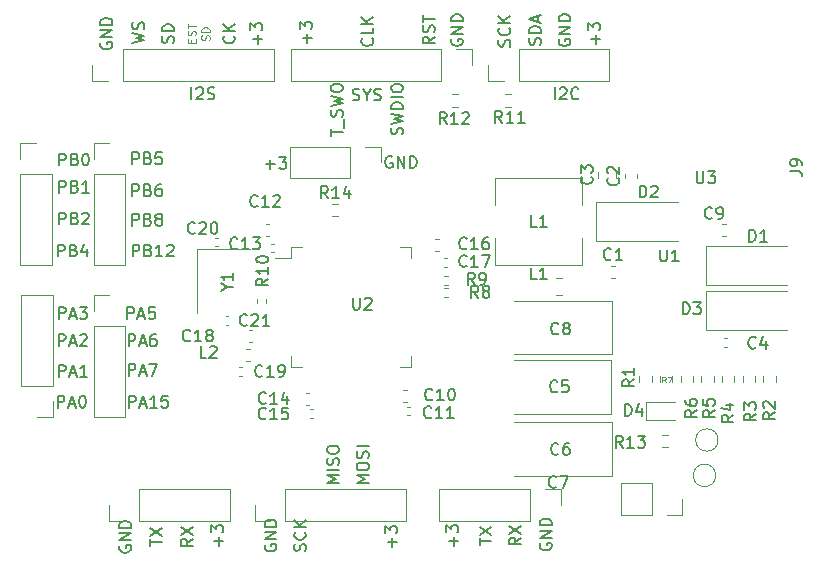
<source format=gbr>
%TF.GenerationSoftware,KiCad,Pcbnew,(5.1.7)-1*%
%TF.CreationDate,2020-11-01T11:20:17+05:30*%
%TF.ProjectId,stm 32 trial board5,73746d20-3332-4207-9472-69616c20626f,rev?*%
%TF.SameCoordinates,Original*%
%TF.FileFunction,Legend,Top*%
%TF.FilePolarity,Positive*%
%FSLAX46Y46*%
G04 Gerber Fmt 4.6, Leading zero omitted, Abs format (unit mm)*
G04 Created by KiCad (PCBNEW (5.1.7)-1) date 2020-11-01 11:20:17*
%MOMM*%
%LPD*%
G01*
G04 APERTURE LIST*
%ADD10C,0.150000*%
%ADD11C,0.120000*%
%ADD12C,0.125000*%
G04 APERTURE END LIST*
D10*
X66038095Y-79000000D02*
X65942857Y-78952380D01*
X65800000Y-78952380D01*
X65657142Y-79000000D01*
X65561904Y-79095238D01*
X65514285Y-79190476D01*
X65466666Y-79380952D01*
X65466666Y-79523809D01*
X65514285Y-79714285D01*
X65561904Y-79809523D01*
X65657142Y-79904761D01*
X65800000Y-79952380D01*
X65895238Y-79952380D01*
X66038095Y-79904761D01*
X66085714Y-79857142D01*
X66085714Y-79523809D01*
X65895238Y-79523809D01*
X66514285Y-79952380D02*
X66514285Y-78952380D01*
X67085714Y-79952380D01*
X67085714Y-78952380D01*
X67561904Y-79952380D02*
X67561904Y-78952380D01*
X67800000Y-78952380D01*
X67942857Y-79000000D01*
X68038095Y-79095238D01*
X68085714Y-79190476D01*
X68133333Y-79380952D01*
X68133333Y-79523809D01*
X68085714Y-79714285D01*
X68038095Y-79809523D01*
X67942857Y-79904761D01*
X67800000Y-79952380D01*
X67561904Y-79952380D01*
X55342857Y-79671428D02*
X56104761Y-79671428D01*
X55723809Y-80052380D02*
X55723809Y-79290476D01*
X56485714Y-79052380D02*
X57104761Y-79052380D01*
X56771428Y-79433333D01*
X56914285Y-79433333D01*
X57009523Y-79480952D01*
X57057142Y-79528571D01*
X57104761Y-79623809D01*
X57104761Y-79861904D01*
X57057142Y-79957142D01*
X57009523Y-80004761D01*
X56914285Y-80052380D01*
X56628571Y-80052380D01*
X56533333Y-80004761D01*
X56485714Y-79957142D01*
X60852380Y-77238095D02*
X60852380Y-76666666D01*
X61852380Y-76952380D02*
X60852380Y-76952380D01*
X61947619Y-76571428D02*
X61947619Y-75809523D01*
X61804761Y-75619047D02*
X61852380Y-75476190D01*
X61852380Y-75238095D01*
X61804761Y-75142857D01*
X61757142Y-75095238D01*
X61661904Y-75047619D01*
X61566666Y-75047619D01*
X61471428Y-75095238D01*
X61423809Y-75142857D01*
X61376190Y-75238095D01*
X61328571Y-75428571D01*
X61280952Y-75523809D01*
X61233333Y-75571428D01*
X61138095Y-75619047D01*
X61042857Y-75619047D01*
X60947619Y-75571428D01*
X60900000Y-75523809D01*
X60852380Y-75428571D01*
X60852380Y-75190476D01*
X60900000Y-75047619D01*
X60852380Y-74714285D02*
X61852380Y-74476190D01*
X61138095Y-74285714D01*
X61852380Y-74095238D01*
X60852380Y-73857142D01*
X60852380Y-73285714D02*
X60852380Y-73095238D01*
X60900000Y-73000000D01*
X60995238Y-72904761D01*
X61185714Y-72857142D01*
X61519047Y-72857142D01*
X61709523Y-72904761D01*
X61804761Y-73000000D01*
X61852380Y-73095238D01*
X61852380Y-73285714D01*
X61804761Y-73380952D01*
X61709523Y-73476190D01*
X61519047Y-73523809D01*
X61185714Y-73523809D01*
X60995238Y-73476190D01*
X60900000Y-73380952D01*
X60852380Y-73285714D01*
X64357142Y-68995238D02*
X64404761Y-69042857D01*
X64452380Y-69185714D01*
X64452380Y-69280952D01*
X64404761Y-69423809D01*
X64309523Y-69519047D01*
X64214285Y-69566666D01*
X64023809Y-69614285D01*
X63880952Y-69614285D01*
X63690476Y-69566666D01*
X63595238Y-69519047D01*
X63500000Y-69423809D01*
X63452380Y-69280952D01*
X63452380Y-69185714D01*
X63500000Y-69042857D01*
X63547619Y-68995238D01*
X64452380Y-68090476D02*
X64452380Y-68566666D01*
X63452380Y-68566666D01*
X64452380Y-67757142D02*
X63452380Y-67757142D01*
X64452380Y-67185714D02*
X63880952Y-67614285D01*
X63452380Y-67185714D02*
X64023809Y-67757142D01*
X66904761Y-77119047D02*
X66952380Y-76976190D01*
X66952380Y-76738095D01*
X66904761Y-76642857D01*
X66857142Y-76595238D01*
X66761904Y-76547619D01*
X66666666Y-76547619D01*
X66571428Y-76595238D01*
X66523809Y-76642857D01*
X66476190Y-76738095D01*
X66428571Y-76928571D01*
X66380952Y-77023809D01*
X66333333Y-77071428D01*
X66238095Y-77119047D01*
X66142857Y-77119047D01*
X66047619Y-77071428D01*
X66000000Y-77023809D01*
X65952380Y-76928571D01*
X65952380Y-76690476D01*
X66000000Y-76547619D01*
X65952380Y-76214285D02*
X66952380Y-75976190D01*
X66238095Y-75785714D01*
X66952380Y-75595238D01*
X65952380Y-75357142D01*
X66952380Y-74976190D02*
X65952380Y-74976190D01*
X65952380Y-74738095D01*
X66000000Y-74595238D01*
X66095238Y-74500000D01*
X66190476Y-74452380D01*
X66380952Y-74404761D01*
X66523809Y-74404761D01*
X66714285Y-74452380D01*
X66809523Y-74500000D01*
X66904761Y-74595238D01*
X66952380Y-74738095D01*
X66952380Y-74976190D01*
X66952380Y-73976190D02*
X65952380Y-73976190D01*
X65952380Y-73309523D02*
X65952380Y-73119047D01*
X66000000Y-73023809D01*
X66095238Y-72928571D01*
X66285714Y-72880952D01*
X66619047Y-72880952D01*
X66809523Y-72928571D01*
X66904761Y-73023809D01*
X66952380Y-73119047D01*
X66952380Y-73309523D01*
X66904761Y-73404761D01*
X66809523Y-73500000D01*
X66619047Y-73547619D01*
X66285714Y-73547619D01*
X66095238Y-73500000D01*
X66000000Y-73404761D01*
X65952380Y-73309523D01*
X69652380Y-68847619D02*
X69176190Y-69180952D01*
X69652380Y-69419047D02*
X68652380Y-69419047D01*
X68652380Y-69038095D01*
X68700000Y-68942857D01*
X68747619Y-68895238D01*
X68842857Y-68847619D01*
X68985714Y-68847619D01*
X69080952Y-68895238D01*
X69128571Y-68942857D01*
X69176190Y-69038095D01*
X69176190Y-69419047D01*
X69604761Y-68466666D02*
X69652380Y-68323809D01*
X69652380Y-68085714D01*
X69604761Y-67990476D01*
X69557142Y-67942857D01*
X69461904Y-67895238D01*
X69366666Y-67895238D01*
X69271428Y-67942857D01*
X69223809Y-67990476D01*
X69176190Y-68085714D01*
X69128571Y-68276190D01*
X69080952Y-68371428D01*
X69033333Y-68419047D01*
X68938095Y-68466666D01*
X68842857Y-68466666D01*
X68747619Y-68419047D01*
X68700000Y-68371428D01*
X68652380Y-68276190D01*
X68652380Y-68038095D01*
X68700000Y-67895238D01*
X68652380Y-67609523D02*
X68652380Y-67038095D01*
X69652380Y-67323809D02*
X68652380Y-67323809D01*
X71100000Y-69061904D02*
X71052380Y-69157142D01*
X71052380Y-69300000D01*
X71100000Y-69442857D01*
X71195238Y-69538095D01*
X71290476Y-69585714D01*
X71480952Y-69633333D01*
X71623809Y-69633333D01*
X71814285Y-69585714D01*
X71909523Y-69538095D01*
X72004761Y-69442857D01*
X72052380Y-69300000D01*
X72052380Y-69204761D01*
X72004761Y-69061904D01*
X71957142Y-69014285D01*
X71623809Y-69014285D01*
X71623809Y-69204761D01*
X72052380Y-68585714D02*
X71052380Y-68585714D01*
X72052380Y-68014285D01*
X71052380Y-68014285D01*
X72052380Y-67538095D02*
X71052380Y-67538095D01*
X71052380Y-67300000D01*
X71100000Y-67157142D01*
X71195238Y-67061904D01*
X71290476Y-67014285D01*
X71480952Y-66966666D01*
X71623809Y-66966666D01*
X71814285Y-67014285D01*
X71909523Y-67061904D01*
X72004761Y-67157142D01*
X72052380Y-67300000D01*
X72052380Y-67538095D01*
X80200000Y-69061904D02*
X80152380Y-69157142D01*
X80152380Y-69300000D01*
X80200000Y-69442857D01*
X80295238Y-69538095D01*
X80390476Y-69585714D01*
X80580952Y-69633333D01*
X80723809Y-69633333D01*
X80914285Y-69585714D01*
X81009523Y-69538095D01*
X81104761Y-69442857D01*
X81152380Y-69300000D01*
X81152380Y-69204761D01*
X81104761Y-69061904D01*
X81057142Y-69014285D01*
X80723809Y-69014285D01*
X80723809Y-69204761D01*
X81152380Y-68585714D02*
X80152380Y-68585714D01*
X81152380Y-68014285D01*
X80152380Y-68014285D01*
X81152380Y-67538095D02*
X80152380Y-67538095D01*
X80152380Y-67300000D01*
X80200000Y-67157142D01*
X80295238Y-67061904D01*
X80390476Y-67014285D01*
X80580952Y-66966666D01*
X80723809Y-66966666D01*
X80914285Y-67014285D01*
X81009523Y-67061904D01*
X81104761Y-67157142D01*
X81152380Y-67300000D01*
X81152380Y-67538095D01*
X76004761Y-69685714D02*
X76052380Y-69542857D01*
X76052380Y-69304761D01*
X76004761Y-69209523D01*
X75957142Y-69161904D01*
X75861904Y-69114285D01*
X75766666Y-69114285D01*
X75671428Y-69161904D01*
X75623809Y-69209523D01*
X75576190Y-69304761D01*
X75528571Y-69495238D01*
X75480952Y-69590476D01*
X75433333Y-69638095D01*
X75338095Y-69685714D01*
X75242857Y-69685714D01*
X75147619Y-69638095D01*
X75100000Y-69590476D01*
X75052380Y-69495238D01*
X75052380Y-69257142D01*
X75100000Y-69114285D01*
X75957142Y-68114285D02*
X76004761Y-68161904D01*
X76052380Y-68304761D01*
X76052380Y-68400000D01*
X76004761Y-68542857D01*
X75909523Y-68638095D01*
X75814285Y-68685714D01*
X75623809Y-68733333D01*
X75480952Y-68733333D01*
X75290476Y-68685714D01*
X75195238Y-68638095D01*
X75100000Y-68542857D01*
X75052380Y-68400000D01*
X75052380Y-68304761D01*
X75100000Y-68161904D01*
X75147619Y-68114285D01*
X76052380Y-67685714D02*
X75052380Y-67685714D01*
X76052380Y-67114285D02*
X75480952Y-67542857D01*
X75052380Y-67114285D02*
X75623809Y-67685714D01*
X78604761Y-69514285D02*
X78652380Y-69371428D01*
X78652380Y-69133333D01*
X78604761Y-69038095D01*
X78557142Y-68990476D01*
X78461904Y-68942857D01*
X78366666Y-68942857D01*
X78271428Y-68990476D01*
X78223809Y-69038095D01*
X78176190Y-69133333D01*
X78128571Y-69323809D01*
X78080952Y-69419047D01*
X78033333Y-69466666D01*
X77938095Y-69514285D01*
X77842857Y-69514285D01*
X77747619Y-69466666D01*
X77700000Y-69419047D01*
X77652380Y-69323809D01*
X77652380Y-69085714D01*
X77700000Y-68942857D01*
X78652380Y-68514285D02*
X77652380Y-68514285D01*
X77652380Y-68276190D01*
X77700000Y-68133333D01*
X77795238Y-68038095D01*
X77890476Y-67990476D01*
X78080952Y-67942857D01*
X78223809Y-67942857D01*
X78414285Y-67990476D01*
X78509523Y-68038095D01*
X78604761Y-68133333D01*
X78652380Y-68276190D01*
X78652380Y-68514285D01*
X78366666Y-67561904D02*
X78366666Y-67085714D01*
X78652380Y-67657142D02*
X77652380Y-67323809D01*
X78652380Y-66990476D01*
X64052380Y-106671428D02*
X63052380Y-106671428D01*
X63766666Y-106338095D01*
X63052380Y-106004761D01*
X64052380Y-106004761D01*
X63052380Y-105338095D02*
X63052380Y-105147619D01*
X63100000Y-105052380D01*
X63195238Y-104957142D01*
X63385714Y-104909523D01*
X63719047Y-104909523D01*
X63909523Y-104957142D01*
X64004761Y-105052380D01*
X64052380Y-105147619D01*
X64052380Y-105338095D01*
X64004761Y-105433333D01*
X63909523Y-105528571D01*
X63719047Y-105576190D01*
X63385714Y-105576190D01*
X63195238Y-105528571D01*
X63100000Y-105433333D01*
X63052380Y-105338095D01*
X64004761Y-104528571D02*
X64052380Y-104385714D01*
X64052380Y-104147619D01*
X64004761Y-104052380D01*
X63957142Y-104004761D01*
X63861904Y-103957142D01*
X63766666Y-103957142D01*
X63671428Y-104004761D01*
X63623809Y-104052380D01*
X63576190Y-104147619D01*
X63528571Y-104338095D01*
X63480952Y-104433333D01*
X63433333Y-104480952D01*
X63338095Y-104528571D01*
X63242857Y-104528571D01*
X63147619Y-104480952D01*
X63100000Y-104433333D01*
X63052380Y-104338095D01*
X63052380Y-104100000D01*
X63100000Y-103957142D01*
X64052380Y-103528571D02*
X63052380Y-103528571D01*
X61552380Y-106671428D02*
X60552380Y-106671428D01*
X61266666Y-106338095D01*
X60552380Y-106004761D01*
X61552380Y-106004761D01*
X61552380Y-105528571D02*
X60552380Y-105528571D01*
X61504761Y-105100000D02*
X61552380Y-104957142D01*
X61552380Y-104719047D01*
X61504761Y-104623809D01*
X61457142Y-104576190D01*
X61361904Y-104528571D01*
X61266666Y-104528571D01*
X61171428Y-104576190D01*
X61123809Y-104623809D01*
X61076190Y-104719047D01*
X61028571Y-104909523D01*
X60980952Y-105004761D01*
X60933333Y-105052380D01*
X60838095Y-105100000D01*
X60742857Y-105100000D01*
X60647619Y-105052380D01*
X60600000Y-105004761D01*
X60552380Y-104909523D01*
X60552380Y-104671428D01*
X60600000Y-104528571D01*
X60552380Y-103909523D02*
X60552380Y-103719047D01*
X60600000Y-103623809D01*
X60695238Y-103528571D01*
X60885714Y-103480952D01*
X61219047Y-103480952D01*
X61409523Y-103528571D01*
X61504761Y-103623809D01*
X61552380Y-103719047D01*
X61552380Y-103909523D01*
X61504761Y-104004761D01*
X61409523Y-104100000D01*
X61219047Y-104147619D01*
X60885714Y-104147619D01*
X60695238Y-104100000D01*
X60600000Y-104004761D01*
X60552380Y-103909523D01*
X58704761Y-112385714D02*
X58752380Y-112242857D01*
X58752380Y-112004761D01*
X58704761Y-111909523D01*
X58657142Y-111861904D01*
X58561904Y-111814285D01*
X58466666Y-111814285D01*
X58371428Y-111861904D01*
X58323809Y-111909523D01*
X58276190Y-112004761D01*
X58228571Y-112195238D01*
X58180952Y-112290476D01*
X58133333Y-112338095D01*
X58038095Y-112385714D01*
X57942857Y-112385714D01*
X57847619Y-112338095D01*
X57800000Y-112290476D01*
X57752380Y-112195238D01*
X57752380Y-111957142D01*
X57800000Y-111814285D01*
X58657142Y-110814285D02*
X58704761Y-110861904D01*
X58752380Y-111004761D01*
X58752380Y-111100000D01*
X58704761Y-111242857D01*
X58609523Y-111338095D01*
X58514285Y-111385714D01*
X58323809Y-111433333D01*
X58180952Y-111433333D01*
X57990476Y-111385714D01*
X57895238Y-111338095D01*
X57800000Y-111242857D01*
X57752380Y-111100000D01*
X57752380Y-111004761D01*
X57800000Y-110861904D01*
X57847619Y-110814285D01*
X58752380Y-110385714D02*
X57752380Y-110385714D01*
X58752380Y-109814285D02*
X58180952Y-110242857D01*
X57752380Y-109814285D02*
X58323809Y-110385714D01*
X76952380Y-111266666D02*
X76476190Y-111600000D01*
X76952380Y-111838095D02*
X75952380Y-111838095D01*
X75952380Y-111457142D01*
X76000000Y-111361904D01*
X76047619Y-111314285D01*
X76142857Y-111266666D01*
X76285714Y-111266666D01*
X76380952Y-111314285D01*
X76428571Y-111361904D01*
X76476190Y-111457142D01*
X76476190Y-111838095D01*
X75952380Y-110933333D02*
X76952380Y-110266666D01*
X75952380Y-110266666D02*
X76952380Y-110933333D01*
X49152380Y-111366666D02*
X48676190Y-111700000D01*
X49152380Y-111938095D02*
X48152380Y-111938095D01*
X48152380Y-111557142D01*
X48200000Y-111461904D01*
X48247619Y-111414285D01*
X48342857Y-111366666D01*
X48485714Y-111366666D01*
X48580952Y-111414285D01*
X48628571Y-111461904D01*
X48676190Y-111557142D01*
X48676190Y-111938095D01*
X48152380Y-111033333D02*
X49152380Y-110366666D01*
X48152380Y-110366666D02*
X49152380Y-111033333D01*
X45552380Y-111961904D02*
X45552380Y-111390476D01*
X46552380Y-111676190D02*
X45552380Y-111676190D01*
X45552380Y-111152380D02*
X46552380Y-110485714D01*
X45552380Y-110485714D02*
X46552380Y-111152380D01*
X73452380Y-111861904D02*
X73452380Y-111290476D01*
X74452380Y-111576190D02*
X73452380Y-111576190D01*
X73452380Y-111052380D02*
X74452380Y-110385714D01*
X73452380Y-110385714D02*
X74452380Y-111052380D01*
X78600000Y-111761904D02*
X78552380Y-111857142D01*
X78552380Y-112000000D01*
X78600000Y-112142857D01*
X78695238Y-112238095D01*
X78790476Y-112285714D01*
X78980952Y-112333333D01*
X79123809Y-112333333D01*
X79314285Y-112285714D01*
X79409523Y-112238095D01*
X79504761Y-112142857D01*
X79552380Y-112000000D01*
X79552380Y-111904761D01*
X79504761Y-111761904D01*
X79457142Y-111714285D01*
X79123809Y-111714285D01*
X79123809Y-111904761D01*
X79552380Y-111285714D02*
X78552380Y-111285714D01*
X79552380Y-110714285D01*
X78552380Y-110714285D01*
X79552380Y-110238095D02*
X78552380Y-110238095D01*
X78552380Y-110000000D01*
X78600000Y-109857142D01*
X78695238Y-109761904D01*
X78790476Y-109714285D01*
X78980952Y-109666666D01*
X79123809Y-109666666D01*
X79314285Y-109714285D01*
X79409523Y-109761904D01*
X79504761Y-109857142D01*
X79552380Y-110000000D01*
X79552380Y-110238095D01*
X55300000Y-111861904D02*
X55252380Y-111957142D01*
X55252380Y-112100000D01*
X55300000Y-112242857D01*
X55395238Y-112338095D01*
X55490476Y-112385714D01*
X55680952Y-112433333D01*
X55823809Y-112433333D01*
X56014285Y-112385714D01*
X56109523Y-112338095D01*
X56204761Y-112242857D01*
X56252380Y-112100000D01*
X56252380Y-112004761D01*
X56204761Y-111861904D01*
X56157142Y-111814285D01*
X55823809Y-111814285D01*
X55823809Y-112004761D01*
X56252380Y-111385714D02*
X55252380Y-111385714D01*
X56252380Y-110814285D01*
X55252380Y-110814285D01*
X56252380Y-110338095D02*
X55252380Y-110338095D01*
X55252380Y-110100000D01*
X55300000Y-109957142D01*
X55395238Y-109861904D01*
X55490476Y-109814285D01*
X55680952Y-109766666D01*
X55823809Y-109766666D01*
X56014285Y-109814285D01*
X56109523Y-109861904D01*
X56204761Y-109957142D01*
X56252380Y-110100000D01*
X56252380Y-110338095D01*
X43000000Y-111961904D02*
X42952380Y-112057142D01*
X42952380Y-112200000D01*
X43000000Y-112342857D01*
X43095238Y-112438095D01*
X43190476Y-112485714D01*
X43380952Y-112533333D01*
X43523809Y-112533333D01*
X43714285Y-112485714D01*
X43809523Y-112438095D01*
X43904761Y-112342857D01*
X43952380Y-112200000D01*
X43952380Y-112104761D01*
X43904761Y-111961904D01*
X43857142Y-111914285D01*
X43523809Y-111914285D01*
X43523809Y-112104761D01*
X43952380Y-111485714D02*
X42952380Y-111485714D01*
X43952380Y-110914285D01*
X42952380Y-110914285D01*
X43952380Y-110438095D02*
X42952380Y-110438095D01*
X42952380Y-110200000D01*
X43000000Y-110057142D01*
X43095238Y-109961904D01*
X43190476Y-109914285D01*
X43380952Y-109866666D01*
X43523809Y-109866666D01*
X43714285Y-109914285D01*
X43809523Y-109961904D01*
X43904761Y-110057142D01*
X43952380Y-110200000D01*
X43952380Y-110438095D01*
X51371428Y-111957142D02*
X51371428Y-111195238D01*
X51752380Y-111576190D02*
X50990476Y-111576190D01*
X50752380Y-110814285D02*
X50752380Y-110195238D01*
X51133333Y-110528571D01*
X51133333Y-110385714D01*
X51180952Y-110290476D01*
X51228571Y-110242857D01*
X51323809Y-110195238D01*
X51561904Y-110195238D01*
X51657142Y-110242857D01*
X51704761Y-110290476D01*
X51752380Y-110385714D01*
X51752380Y-110671428D01*
X51704761Y-110766666D01*
X51657142Y-110814285D01*
X66071428Y-112057142D02*
X66071428Y-111295238D01*
X66452380Y-111676190D02*
X65690476Y-111676190D01*
X65452380Y-110914285D02*
X65452380Y-110295238D01*
X65833333Y-110628571D01*
X65833333Y-110485714D01*
X65880952Y-110390476D01*
X65928571Y-110342857D01*
X66023809Y-110295238D01*
X66261904Y-110295238D01*
X66357142Y-110342857D01*
X66404761Y-110390476D01*
X66452380Y-110485714D01*
X66452380Y-110771428D01*
X66404761Y-110866666D01*
X66357142Y-110914285D01*
X71271428Y-111957142D02*
X71271428Y-111195238D01*
X71652380Y-111576190D02*
X70890476Y-111576190D01*
X70652380Y-110814285D02*
X70652380Y-110195238D01*
X71033333Y-110528571D01*
X71033333Y-110385714D01*
X71080952Y-110290476D01*
X71128571Y-110242857D01*
X71223809Y-110195238D01*
X71461904Y-110195238D01*
X71557142Y-110242857D01*
X71604761Y-110290476D01*
X71652380Y-110385714D01*
X71652380Y-110671428D01*
X71604761Y-110766666D01*
X71557142Y-110814285D01*
X83271428Y-69457142D02*
X83271428Y-68695238D01*
X83652380Y-69076190D02*
X82890476Y-69076190D01*
X82652380Y-68314285D02*
X82652380Y-67695238D01*
X83033333Y-68028571D01*
X83033333Y-67885714D01*
X83080952Y-67790476D01*
X83128571Y-67742857D01*
X83223809Y-67695238D01*
X83461904Y-67695238D01*
X83557142Y-67742857D01*
X83604761Y-67790476D01*
X83652380Y-67885714D01*
X83652380Y-68171428D01*
X83604761Y-68266666D01*
X83557142Y-68314285D01*
X58871428Y-69357142D02*
X58871428Y-68595238D01*
X59252380Y-68976190D02*
X58490476Y-68976190D01*
X58252380Y-68214285D02*
X58252380Y-67595238D01*
X58633333Y-67928571D01*
X58633333Y-67785714D01*
X58680952Y-67690476D01*
X58728571Y-67642857D01*
X58823809Y-67595238D01*
X59061904Y-67595238D01*
X59157142Y-67642857D01*
X59204761Y-67690476D01*
X59252380Y-67785714D01*
X59252380Y-68071428D01*
X59204761Y-68166666D01*
X59157142Y-68214285D01*
X41400000Y-69361904D02*
X41352380Y-69457142D01*
X41352380Y-69600000D01*
X41400000Y-69742857D01*
X41495238Y-69838095D01*
X41590476Y-69885714D01*
X41780952Y-69933333D01*
X41923809Y-69933333D01*
X42114285Y-69885714D01*
X42209523Y-69838095D01*
X42304761Y-69742857D01*
X42352380Y-69600000D01*
X42352380Y-69504761D01*
X42304761Y-69361904D01*
X42257142Y-69314285D01*
X41923809Y-69314285D01*
X41923809Y-69504761D01*
X42352380Y-68885714D02*
X41352380Y-68885714D01*
X42352380Y-68314285D01*
X41352380Y-68314285D01*
X42352380Y-67838095D02*
X41352380Y-67838095D01*
X41352380Y-67600000D01*
X41400000Y-67457142D01*
X41495238Y-67361904D01*
X41590476Y-67314285D01*
X41780952Y-67266666D01*
X41923809Y-67266666D01*
X42114285Y-67314285D01*
X42209523Y-67361904D01*
X42304761Y-67457142D01*
X42352380Y-67600000D01*
X42352380Y-67838095D01*
X54671428Y-69457142D02*
X54671428Y-68695238D01*
X55052380Y-69076190D02*
X54290476Y-69076190D01*
X54052380Y-68314285D02*
X54052380Y-67695238D01*
X54433333Y-68028571D01*
X54433333Y-67885714D01*
X54480952Y-67790476D01*
X54528571Y-67742857D01*
X54623809Y-67695238D01*
X54861904Y-67695238D01*
X54957142Y-67742857D01*
X55004761Y-67790476D01*
X55052380Y-67885714D01*
X55052380Y-68171428D01*
X55004761Y-68266666D01*
X54957142Y-68314285D01*
X52657142Y-68790476D02*
X52704761Y-68838095D01*
X52752380Y-68980952D01*
X52752380Y-69076190D01*
X52704761Y-69219047D01*
X52609523Y-69314285D01*
X52514285Y-69361904D01*
X52323809Y-69409523D01*
X52180952Y-69409523D01*
X51990476Y-69361904D01*
X51895238Y-69314285D01*
X51800000Y-69219047D01*
X51752380Y-69076190D01*
X51752380Y-68980952D01*
X51800000Y-68838095D01*
X51847619Y-68790476D01*
X52752380Y-68361904D02*
X51752380Y-68361904D01*
X52752380Y-67790476D02*
X52180952Y-68219047D01*
X51752380Y-67790476D02*
X52323809Y-68361904D01*
D11*
X49065000Y-69350000D02*
X49065000Y-69116666D01*
X49431666Y-69016666D02*
X49431666Y-69350000D01*
X48731666Y-69350000D01*
X48731666Y-69016666D01*
X49398333Y-68750000D02*
X49431666Y-68650000D01*
X49431666Y-68483333D01*
X49398333Y-68416666D01*
X49365000Y-68383333D01*
X49298333Y-68350000D01*
X49231666Y-68350000D01*
X49165000Y-68383333D01*
X49131666Y-68416666D01*
X49098333Y-68483333D01*
X49065000Y-68616666D01*
X49031666Y-68683333D01*
X48998333Y-68716666D01*
X48931666Y-68750000D01*
X48865000Y-68750000D01*
X48798333Y-68716666D01*
X48765000Y-68683333D01*
X48731666Y-68616666D01*
X48731666Y-68450000D01*
X48765000Y-68350000D01*
X48731666Y-68150000D02*
X48731666Y-67750000D01*
X49431666Y-67950000D02*
X48731666Y-67950000D01*
X50568333Y-69150000D02*
X50601666Y-69050000D01*
X50601666Y-68883333D01*
X50568333Y-68816666D01*
X50535000Y-68783333D01*
X50468333Y-68750000D01*
X50401666Y-68750000D01*
X50335000Y-68783333D01*
X50301666Y-68816666D01*
X50268333Y-68883333D01*
X50235000Y-69016666D01*
X50201666Y-69083333D01*
X50168333Y-69116666D01*
X50101666Y-69150000D01*
X50035000Y-69150000D01*
X49968333Y-69116666D01*
X49935000Y-69083333D01*
X49901666Y-69016666D01*
X49901666Y-68850000D01*
X49935000Y-68750000D01*
X50601666Y-68450000D02*
X49901666Y-68450000D01*
X49901666Y-68283333D01*
X49935000Y-68183333D01*
X50001666Y-68116666D01*
X50068333Y-68083333D01*
X50201666Y-68050000D01*
X50301666Y-68050000D01*
X50435000Y-68083333D01*
X50501666Y-68116666D01*
X50568333Y-68183333D01*
X50601666Y-68283333D01*
X50601666Y-68450000D01*
D10*
X47504761Y-69385714D02*
X47552380Y-69242857D01*
X47552380Y-69004761D01*
X47504761Y-68909523D01*
X47457142Y-68861904D01*
X47361904Y-68814285D01*
X47266666Y-68814285D01*
X47171428Y-68861904D01*
X47123809Y-68909523D01*
X47076190Y-69004761D01*
X47028571Y-69195238D01*
X46980952Y-69290476D01*
X46933333Y-69338095D01*
X46838095Y-69385714D01*
X46742857Y-69385714D01*
X46647619Y-69338095D01*
X46600000Y-69290476D01*
X46552380Y-69195238D01*
X46552380Y-68957142D01*
X46600000Y-68814285D01*
X47552380Y-68385714D02*
X46552380Y-68385714D01*
X46552380Y-68147619D01*
X46600000Y-68004761D01*
X46695238Y-67909523D01*
X46790476Y-67861904D01*
X46980952Y-67814285D01*
X47123809Y-67814285D01*
X47314285Y-67861904D01*
X47409523Y-67909523D01*
X47504761Y-68004761D01*
X47552380Y-68147619D01*
X47552380Y-68385714D01*
X44052380Y-69404761D02*
X45052380Y-69166666D01*
X44338095Y-68976190D01*
X45052380Y-68785714D01*
X44052380Y-68547619D01*
X45004761Y-68214285D02*
X45052380Y-68071428D01*
X45052380Y-67833333D01*
X45004761Y-67738095D01*
X44957142Y-67690476D01*
X44861904Y-67642857D01*
X44766666Y-67642857D01*
X44671428Y-67690476D01*
X44623809Y-67738095D01*
X44576190Y-67833333D01*
X44528571Y-68023809D01*
X44480952Y-68119047D01*
X44433333Y-68166666D01*
X44338095Y-68214285D01*
X44242857Y-68214285D01*
X44147619Y-68166666D01*
X44100000Y-68119047D01*
X44052380Y-68023809D01*
X44052380Y-67785714D01*
X44100000Y-67642857D01*
X79823809Y-74152380D02*
X79823809Y-73152380D01*
X80252380Y-73247619D02*
X80300000Y-73200000D01*
X80395238Y-73152380D01*
X80633333Y-73152380D01*
X80728571Y-73200000D01*
X80776190Y-73247619D01*
X80823809Y-73342857D01*
X80823809Y-73438095D01*
X80776190Y-73580952D01*
X80204761Y-74152380D01*
X80823809Y-74152380D01*
X81823809Y-74057142D02*
X81776190Y-74104761D01*
X81633333Y-74152380D01*
X81538095Y-74152380D01*
X81395238Y-74104761D01*
X81300000Y-74009523D01*
X81252380Y-73914285D01*
X81204761Y-73723809D01*
X81204761Y-73580952D01*
X81252380Y-73390476D01*
X81300000Y-73295238D01*
X81395238Y-73200000D01*
X81538095Y-73152380D01*
X81633333Y-73152380D01*
X81776190Y-73200000D01*
X81823809Y-73247619D01*
X62709523Y-74204761D02*
X62852380Y-74252380D01*
X63090476Y-74252380D01*
X63185714Y-74204761D01*
X63233333Y-74157142D01*
X63280952Y-74061904D01*
X63280952Y-73966666D01*
X63233333Y-73871428D01*
X63185714Y-73823809D01*
X63090476Y-73776190D01*
X62900000Y-73728571D01*
X62804761Y-73680952D01*
X62757142Y-73633333D01*
X62709523Y-73538095D01*
X62709523Y-73442857D01*
X62757142Y-73347619D01*
X62804761Y-73300000D01*
X62900000Y-73252380D01*
X63138095Y-73252380D01*
X63280952Y-73300000D01*
X63900000Y-73776190D02*
X63900000Y-74252380D01*
X63566666Y-73252380D02*
X63900000Y-73776190D01*
X64233333Y-73252380D01*
X64519047Y-74204761D02*
X64661904Y-74252380D01*
X64900000Y-74252380D01*
X64995238Y-74204761D01*
X65042857Y-74157142D01*
X65090476Y-74061904D01*
X65090476Y-73966666D01*
X65042857Y-73871428D01*
X64995238Y-73823809D01*
X64900000Y-73776190D01*
X64709523Y-73728571D01*
X64614285Y-73680952D01*
X64566666Y-73633333D01*
X64519047Y-73538095D01*
X64519047Y-73442857D01*
X64566666Y-73347619D01*
X64614285Y-73300000D01*
X64709523Y-73252380D01*
X64947619Y-73252380D01*
X65090476Y-73300000D01*
X49047619Y-74152380D02*
X49047619Y-73152380D01*
X49476190Y-73247619D02*
X49523809Y-73200000D01*
X49619047Y-73152380D01*
X49857142Y-73152380D01*
X49952380Y-73200000D01*
X50000000Y-73247619D01*
X50047619Y-73342857D01*
X50047619Y-73438095D01*
X50000000Y-73580952D01*
X49428571Y-74152380D01*
X50047619Y-74152380D01*
X50428571Y-74104761D02*
X50571428Y-74152380D01*
X50809523Y-74152380D01*
X50904761Y-74104761D01*
X50952380Y-74057142D01*
X51000000Y-73961904D01*
X51000000Y-73866666D01*
X50952380Y-73771428D01*
X50904761Y-73723809D01*
X50809523Y-73676190D01*
X50619047Y-73628571D01*
X50523809Y-73580952D01*
X50476190Y-73533333D01*
X50428571Y-73438095D01*
X50428571Y-73342857D01*
X50476190Y-73247619D01*
X50523809Y-73200000D01*
X50619047Y-73152380D01*
X50857142Y-73152380D01*
X51000000Y-73200000D01*
X43757142Y-100252380D02*
X43757142Y-99252380D01*
X44138095Y-99252380D01*
X44233333Y-99300000D01*
X44280952Y-99347619D01*
X44328571Y-99442857D01*
X44328571Y-99585714D01*
X44280952Y-99680952D01*
X44233333Y-99728571D01*
X44138095Y-99776190D01*
X43757142Y-99776190D01*
X44709523Y-99966666D02*
X45185714Y-99966666D01*
X44614285Y-100252380D02*
X44947619Y-99252380D01*
X45280952Y-100252380D01*
X46138095Y-100252380D02*
X45566666Y-100252380D01*
X45852380Y-100252380D02*
X45852380Y-99252380D01*
X45757142Y-99395238D01*
X45661904Y-99490476D01*
X45566666Y-99538095D01*
X47042857Y-99252380D02*
X46566666Y-99252380D01*
X46519047Y-99728571D01*
X46566666Y-99680952D01*
X46661904Y-99633333D01*
X46900000Y-99633333D01*
X46995238Y-99680952D01*
X47042857Y-99728571D01*
X47090476Y-99823809D01*
X47090476Y-100061904D01*
X47042857Y-100157142D01*
X46995238Y-100204761D01*
X46900000Y-100252380D01*
X46661904Y-100252380D01*
X46566666Y-100204761D01*
X46519047Y-100157142D01*
X43733333Y-97552380D02*
X43733333Y-96552380D01*
X44114285Y-96552380D01*
X44209523Y-96600000D01*
X44257142Y-96647619D01*
X44304761Y-96742857D01*
X44304761Y-96885714D01*
X44257142Y-96980952D01*
X44209523Y-97028571D01*
X44114285Y-97076190D01*
X43733333Y-97076190D01*
X44685714Y-97266666D02*
X45161904Y-97266666D01*
X44590476Y-97552380D02*
X44923809Y-96552380D01*
X45257142Y-97552380D01*
X45495238Y-96552380D02*
X46161904Y-96552380D01*
X45733333Y-97552380D01*
X43733333Y-95052380D02*
X43733333Y-94052380D01*
X44114285Y-94052380D01*
X44209523Y-94100000D01*
X44257142Y-94147619D01*
X44304761Y-94242857D01*
X44304761Y-94385714D01*
X44257142Y-94480952D01*
X44209523Y-94528571D01*
X44114285Y-94576190D01*
X43733333Y-94576190D01*
X44685714Y-94766666D02*
X45161904Y-94766666D01*
X44590476Y-95052380D02*
X44923809Y-94052380D01*
X45257142Y-95052380D01*
X46019047Y-94052380D02*
X45828571Y-94052380D01*
X45733333Y-94100000D01*
X45685714Y-94147619D01*
X45590476Y-94290476D01*
X45542857Y-94480952D01*
X45542857Y-94861904D01*
X45590476Y-94957142D01*
X45638095Y-95004761D01*
X45733333Y-95052380D01*
X45923809Y-95052380D01*
X46019047Y-95004761D01*
X46066666Y-94957142D01*
X46114285Y-94861904D01*
X46114285Y-94623809D01*
X46066666Y-94528571D01*
X46019047Y-94480952D01*
X45923809Y-94433333D01*
X45733333Y-94433333D01*
X45638095Y-94480952D01*
X45590476Y-94528571D01*
X45542857Y-94623809D01*
X43633333Y-92752380D02*
X43633333Y-91752380D01*
X44014285Y-91752380D01*
X44109523Y-91800000D01*
X44157142Y-91847619D01*
X44204761Y-91942857D01*
X44204761Y-92085714D01*
X44157142Y-92180952D01*
X44109523Y-92228571D01*
X44014285Y-92276190D01*
X43633333Y-92276190D01*
X44585714Y-92466666D02*
X45061904Y-92466666D01*
X44490476Y-92752380D02*
X44823809Y-91752380D01*
X45157142Y-92752380D01*
X45966666Y-91752380D02*
X45490476Y-91752380D01*
X45442857Y-92228571D01*
X45490476Y-92180952D01*
X45585714Y-92133333D01*
X45823809Y-92133333D01*
X45919047Y-92180952D01*
X45966666Y-92228571D01*
X46014285Y-92323809D01*
X46014285Y-92561904D01*
X45966666Y-92657142D01*
X45919047Y-92704761D01*
X45823809Y-92752380D01*
X45585714Y-92752380D01*
X45490476Y-92704761D01*
X45442857Y-92657142D01*
X37733333Y-100252380D02*
X37733333Y-99252380D01*
X38114285Y-99252380D01*
X38209523Y-99300000D01*
X38257142Y-99347619D01*
X38304761Y-99442857D01*
X38304761Y-99585714D01*
X38257142Y-99680952D01*
X38209523Y-99728571D01*
X38114285Y-99776190D01*
X37733333Y-99776190D01*
X38685714Y-99966666D02*
X39161904Y-99966666D01*
X38590476Y-100252380D02*
X38923809Y-99252380D01*
X39257142Y-100252380D01*
X39780952Y-99252380D02*
X39876190Y-99252380D01*
X39971428Y-99300000D01*
X40019047Y-99347619D01*
X40066666Y-99442857D01*
X40114285Y-99633333D01*
X40114285Y-99871428D01*
X40066666Y-100061904D01*
X40019047Y-100157142D01*
X39971428Y-100204761D01*
X39876190Y-100252380D01*
X39780952Y-100252380D01*
X39685714Y-100204761D01*
X39638095Y-100157142D01*
X39590476Y-100061904D01*
X39542857Y-99871428D01*
X39542857Y-99633333D01*
X39590476Y-99442857D01*
X39638095Y-99347619D01*
X39685714Y-99300000D01*
X39780952Y-99252380D01*
X37833333Y-97652380D02*
X37833333Y-96652380D01*
X38214285Y-96652380D01*
X38309523Y-96700000D01*
X38357142Y-96747619D01*
X38404761Y-96842857D01*
X38404761Y-96985714D01*
X38357142Y-97080952D01*
X38309523Y-97128571D01*
X38214285Y-97176190D01*
X37833333Y-97176190D01*
X38785714Y-97366666D02*
X39261904Y-97366666D01*
X38690476Y-97652380D02*
X39023809Y-96652380D01*
X39357142Y-97652380D01*
X40214285Y-97652380D02*
X39642857Y-97652380D01*
X39928571Y-97652380D02*
X39928571Y-96652380D01*
X39833333Y-96795238D01*
X39738095Y-96890476D01*
X39642857Y-96938095D01*
X37833333Y-95052380D02*
X37833333Y-94052380D01*
X38214285Y-94052380D01*
X38309523Y-94100000D01*
X38357142Y-94147619D01*
X38404761Y-94242857D01*
X38404761Y-94385714D01*
X38357142Y-94480952D01*
X38309523Y-94528571D01*
X38214285Y-94576190D01*
X37833333Y-94576190D01*
X38785714Y-94766666D02*
X39261904Y-94766666D01*
X38690476Y-95052380D02*
X39023809Y-94052380D01*
X39357142Y-95052380D01*
X39642857Y-94147619D02*
X39690476Y-94100000D01*
X39785714Y-94052380D01*
X40023809Y-94052380D01*
X40119047Y-94100000D01*
X40166666Y-94147619D01*
X40214285Y-94242857D01*
X40214285Y-94338095D01*
X40166666Y-94480952D01*
X39595238Y-95052380D01*
X40214285Y-95052380D01*
X37833333Y-92752380D02*
X37833333Y-91752380D01*
X38214285Y-91752380D01*
X38309523Y-91800000D01*
X38357142Y-91847619D01*
X38404761Y-91942857D01*
X38404761Y-92085714D01*
X38357142Y-92180952D01*
X38309523Y-92228571D01*
X38214285Y-92276190D01*
X37833333Y-92276190D01*
X38785714Y-92466666D02*
X39261904Y-92466666D01*
X38690476Y-92752380D02*
X39023809Y-91752380D01*
X39357142Y-92752380D01*
X39595238Y-91752380D02*
X40214285Y-91752380D01*
X39880952Y-92133333D01*
X40023809Y-92133333D01*
X40119047Y-92180952D01*
X40166666Y-92228571D01*
X40214285Y-92323809D01*
X40214285Y-92561904D01*
X40166666Y-92657142D01*
X40119047Y-92704761D01*
X40023809Y-92752380D01*
X39738095Y-92752380D01*
X39642857Y-92704761D01*
X39595238Y-92657142D01*
X37761904Y-87452380D02*
X37761904Y-86452380D01*
X38142857Y-86452380D01*
X38238095Y-86500000D01*
X38285714Y-86547619D01*
X38333333Y-86642857D01*
X38333333Y-86785714D01*
X38285714Y-86880952D01*
X38238095Y-86928571D01*
X38142857Y-86976190D01*
X37761904Y-86976190D01*
X39095238Y-86928571D02*
X39238095Y-86976190D01*
X39285714Y-87023809D01*
X39333333Y-87119047D01*
X39333333Y-87261904D01*
X39285714Y-87357142D01*
X39238095Y-87404761D01*
X39142857Y-87452380D01*
X38761904Y-87452380D01*
X38761904Y-86452380D01*
X39095238Y-86452380D01*
X39190476Y-86500000D01*
X39238095Y-86547619D01*
X39285714Y-86642857D01*
X39285714Y-86738095D01*
X39238095Y-86833333D01*
X39190476Y-86880952D01*
X39095238Y-86928571D01*
X38761904Y-86928571D01*
X40190476Y-86785714D02*
X40190476Y-87452380D01*
X39952380Y-86404761D02*
X39714285Y-87119047D01*
X40333333Y-87119047D01*
X37861904Y-84752380D02*
X37861904Y-83752380D01*
X38242857Y-83752380D01*
X38338095Y-83800000D01*
X38385714Y-83847619D01*
X38433333Y-83942857D01*
X38433333Y-84085714D01*
X38385714Y-84180952D01*
X38338095Y-84228571D01*
X38242857Y-84276190D01*
X37861904Y-84276190D01*
X39195238Y-84228571D02*
X39338095Y-84276190D01*
X39385714Y-84323809D01*
X39433333Y-84419047D01*
X39433333Y-84561904D01*
X39385714Y-84657142D01*
X39338095Y-84704761D01*
X39242857Y-84752380D01*
X38861904Y-84752380D01*
X38861904Y-83752380D01*
X39195238Y-83752380D01*
X39290476Y-83800000D01*
X39338095Y-83847619D01*
X39385714Y-83942857D01*
X39385714Y-84038095D01*
X39338095Y-84133333D01*
X39290476Y-84180952D01*
X39195238Y-84228571D01*
X38861904Y-84228571D01*
X39814285Y-83847619D02*
X39861904Y-83800000D01*
X39957142Y-83752380D01*
X40195238Y-83752380D01*
X40290476Y-83800000D01*
X40338095Y-83847619D01*
X40385714Y-83942857D01*
X40385714Y-84038095D01*
X40338095Y-84180952D01*
X39766666Y-84752380D01*
X40385714Y-84752380D01*
X37861904Y-82052380D02*
X37861904Y-81052380D01*
X38242857Y-81052380D01*
X38338095Y-81100000D01*
X38385714Y-81147619D01*
X38433333Y-81242857D01*
X38433333Y-81385714D01*
X38385714Y-81480952D01*
X38338095Y-81528571D01*
X38242857Y-81576190D01*
X37861904Y-81576190D01*
X39195238Y-81528571D02*
X39338095Y-81576190D01*
X39385714Y-81623809D01*
X39433333Y-81719047D01*
X39433333Y-81861904D01*
X39385714Y-81957142D01*
X39338095Y-82004761D01*
X39242857Y-82052380D01*
X38861904Y-82052380D01*
X38861904Y-81052380D01*
X39195238Y-81052380D01*
X39290476Y-81100000D01*
X39338095Y-81147619D01*
X39385714Y-81242857D01*
X39385714Y-81338095D01*
X39338095Y-81433333D01*
X39290476Y-81480952D01*
X39195238Y-81528571D01*
X38861904Y-81528571D01*
X40385714Y-82052380D02*
X39814285Y-82052380D01*
X40100000Y-82052380D02*
X40100000Y-81052380D01*
X40004761Y-81195238D01*
X39909523Y-81290476D01*
X39814285Y-81338095D01*
X37861904Y-79752380D02*
X37861904Y-78752380D01*
X38242857Y-78752380D01*
X38338095Y-78800000D01*
X38385714Y-78847619D01*
X38433333Y-78942857D01*
X38433333Y-79085714D01*
X38385714Y-79180952D01*
X38338095Y-79228571D01*
X38242857Y-79276190D01*
X37861904Y-79276190D01*
X39195238Y-79228571D02*
X39338095Y-79276190D01*
X39385714Y-79323809D01*
X39433333Y-79419047D01*
X39433333Y-79561904D01*
X39385714Y-79657142D01*
X39338095Y-79704761D01*
X39242857Y-79752380D01*
X38861904Y-79752380D01*
X38861904Y-78752380D01*
X39195238Y-78752380D01*
X39290476Y-78800000D01*
X39338095Y-78847619D01*
X39385714Y-78942857D01*
X39385714Y-79038095D01*
X39338095Y-79133333D01*
X39290476Y-79180952D01*
X39195238Y-79228571D01*
X38861904Y-79228571D01*
X40052380Y-78752380D02*
X40147619Y-78752380D01*
X40242857Y-78800000D01*
X40290476Y-78847619D01*
X40338095Y-78942857D01*
X40385714Y-79133333D01*
X40385714Y-79371428D01*
X40338095Y-79561904D01*
X40290476Y-79657142D01*
X40242857Y-79704761D01*
X40147619Y-79752380D01*
X40052380Y-79752380D01*
X39957142Y-79704761D01*
X39909523Y-79657142D01*
X39861904Y-79561904D01*
X39814285Y-79371428D01*
X39814285Y-79133333D01*
X39861904Y-78942857D01*
X39909523Y-78847619D01*
X39957142Y-78800000D01*
X40052380Y-78752380D01*
X44085714Y-87452380D02*
X44085714Y-86452380D01*
X44466666Y-86452380D01*
X44561904Y-86500000D01*
X44609523Y-86547619D01*
X44657142Y-86642857D01*
X44657142Y-86785714D01*
X44609523Y-86880952D01*
X44561904Y-86928571D01*
X44466666Y-86976190D01*
X44085714Y-86976190D01*
X45419047Y-86928571D02*
X45561904Y-86976190D01*
X45609523Y-87023809D01*
X45657142Y-87119047D01*
X45657142Y-87261904D01*
X45609523Y-87357142D01*
X45561904Y-87404761D01*
X45466666Y-87452380D01*
X45085714Y-87452380D01*
X45085714Y-86452380D01*
X45419047Y-86452380D01*
X45514285Y-86500000D01*
X45561904Y-86547619D01*
X45609523Y-86642857D01*
X45609523Y-86738095D01*
X45561904Y-86833333D01*
X45514285Y-86880952D01*
X45419047Y-86928571D01*
X45085714Y-86928571D01*
X46609523Y-87452380D02*
X46038095Y-87452380D01*
X46323809Y-87452380D02*
X46323809Y-86452380D01*
X46228571Y-86595238D01*
X46133333Y-86690476D01*
X46038095Y-86738095D01*
X46990476Y-86547619D02*
X47038095Y-86500000D01*
X47133333Y-86452380D01*
X47371428Y-86452380D01*
X47466666Y-86500000D01*
X47514285Y-86547619D01*
X47561904Y-86642857D01*
X47561904Y-86738095D01*
X47514285Y-86880952D01*
X46942857Y-87452380D01*
X47561904Y-87452380D01*
X44061904Y-84852380D02*
X44061904Y-83852380D01*
X44442857Y-83852380D01*
X44538095Y-83900000D01*
X44585714Y-83947619D01*
X44633333Y-84042857D01*
X44633333Y-84185714D01*
X44585714Y-84280952D01*
X44538095Y-84328571D01*
X44442857Y-84376190D01*
X44061904Y-84376190D01*
X45395238Y-84328571D02*
X45538095Y-84376190D01*
X45585714Y-84423809D01*
X45633333Y-84519047D01*
X45633333Y-84661904D01*
X45585714Y-84757142D01*
X45538095Y-84804761D01*
X45442857Y-84852380D01*
X45061904Y-84852380D01*
X45061904Y-83852380D01*
X45395238Y-83852380D01*
X45490476Y-83900000D01*
X45538095Y-83947619D01*
X45585714Y-84042857D01*
X45585714Y-84138095D01*
X45538095Y-84233333D01*
X45490476Y-84280952D01*
X45395238Y-84328571D01*
X45061904Y-84328571D01*
X46204761Y-84280952D02*
X46109523Y-84233333D01*
X46061904Y-84185714D01*
X46014285Y-84090476D01*
X46014285Y-84042857D01*
X46061904Y-83947619D01*
X46109523Y-83900000D01*
X46204761Y-83852380D01*
X46395238Y-83852380D01*
X46490476Y-83900000D01*
X46538095Y-83947619D01*
X46585714Y-84042857D01*
X46585714Y-84090476D01*
X46538095Y-84185714D01*
X46490476Y-84233333D01*
X46395238Y-84280952D01*
X46204761Y-84280952D01*
X46109523Y-84328571D01*
X46061904Y-84376190D01*
X46014285Y-84471428D01*
X46014285Y-84661904D01*
X46061904Y-84757142D01*
X46109523Y-84804761D01*
X46204761Y-84852380D01*
X46395238Y-84852380D01*
X46490476Y-84804761D01*
X46538095Y-84757142D01*
X46585714Y-84661904D01*
X46585714Y-84471428D01*
X46538095Y-84376190D01*
X46490476Y-84328571D01*
X46395238Y-84280952D01*
X44061904Y-82352380D02*
X44061904Y-81352380D01*
X44442857Y-81352380D01*
X44538095Y-81400000D01*
X44585714Y-81447619D01*
X44633333Y-81542857D01*
X44633333Y-81685714D01*
X44585714Y-81780952D01*
X44538095Y-81828571D01*
X44442857Y-81876190D01*
X44061904Y-81876190D01*
X45395238Y-81828571D02*
X45538095Y-81876190D01*
X45585714Y-81923809D01*
X45633333Y-82019047D01*
X45633333Y-82161904D01*
X45585714Y-82257142D01*
X45538095Y-82304761D01*
X45442857Y-82352380D01*
X45061904Y-82352380D01*
X45061904Y-81352380D01*
X45395238Y-81352380D01*
X45490476Y-81400000D01*
X45538095Y-81447619D01*
X45585714Y-81542857D01*
X45585714Y-81638095D01*
X45538095Y-81733333D01*
X45490476Y-81780952D01*
X45395238Y-81828571D01*
X45061904Y-81828571D01*
X46490476Y-81352380D02*
X46300000Y-81352380D01*
X46204761Y-81400000D01*
X46157142Y-81447619D01*
X46061904Y-81590476D01*
X46014285Y-81780952D01*
X46014285Y-82161904D01*
X46061904Y-82257142D01*
X46109523Y-82304761D01*
X46204761Y-82352380D01*
X46395238Y-82352380D01*
X46490476Y-82304761D01*
X46538095Y-82257142D01*
X46585714Y-82161904D01*
X46585714Y-81923809D01*
X46538095Y-81828571D01*
X46490476Y-81780952D01*
X46395238Y-81733333D01*
X46204761Y-81733333D01*
X46109523Y-81780952D01*
X46061904Y-81828571D01*
X46014285Y-81923809D01*
X44061904Y-79652380D02*
X44061904Y-78652380D01*
X44442857Y-78652380D01*
X44538095Y-78700000D01*
X44585714Y-78747619D01*
X44633333Y-78842857D01*
X44633333Y-78985714D01*
X44585714Y-79080952D01*
X44538095Y-79128571D01*
X44442857Y-79176190D01*
X44061904Y-79176190D01*
X45395238Y-79128571D02*
X45538095Y-79176190D01*
X45585714Y-79223809D01*
X45633333Y-79319047D01*
X45633333Y-79461904D01*
X45585714Y-79557142D01*
X45538095Y-79604761D01*
X45442857Y-79652380D01*
X45061904Y-79652380D01*
X45061904Y-78652380D01*
X45395238Y-78652380D01*
X45490476Y-78700000D01*
X45538095Y-78747619D01*
X45585714Y-78842857D01*
X45585714Y-78938095D01*
X45538095Y-79033333D01*
X45490476Y-79080952D01*
X45395238Y-79128571D01*
X45061904Y-79128571D01*
X46538095Y-78652380D02*
X46061904Y-78652380D01*
X46014285Y-79128571D01*
X46061904Y-79080952D01*
X46157142Y-79033333D01*
X46395238Y-79033333D01*
X46490476Y-79080952D01*
X46538095Y-79128571D01*
X46585714Y-79223809D01*
X46585714Y-79461904D01*
X46538095Y-79557142D01*
X46490476Y-79604761D01*
X46395238Y-79652380D01*
X46157142Y-79652380D01*
X46061904Y-79604761D01*
X46014285Y-79557142D01*
D11*
%TO.C,TP2*%
X93650000Y-103000000D02*
G75*
G03*
X93650000Y-103000000I-950000J0D01*
G01*
%TO.C,C1*%
X84603733Y-88240000D02*
X84896267Y-88240000D01*
X84603733Y-89260000D02*
X84896267Y-89260000D01*
%TO.C,C2*%
X86760000Y-80783767D02*
X86760000Y-80491233D01*
X85740000Y-80783767D02*
X85740000Y-80491233D01*
%TO.C,C3*%
X83515000Y-80798752D02*
X83515000Y-80276248D01*
X84985000Y-80798752D02*
X84985000Y-80276248D01*
%TO.C,C4*%
X94365835Y-94390000D02*
X94134165Y-94390000D01*
X94365835Y-95110000D02*
X94134165Y-95110000D01*
%TO.C,C5*%
X84635000Y-91240000D02*
X76400000Y-91240000D01*
X84635000Y-95760000D02*
X84635000Y-91240000D01*
X76400000Y-95760000D02*
X84635000Y-95760000D01*
%TO.C,C6*%
X76350000Y-100760000D02*
X84585000Y-100760000D01*
X84585000Y-100760000D02*
X84585000Y-96240000D01*
X84585000Y-96240000D02*
X76350000Y-96240000D01*
%TO.C,C7*%
X84635000Y-101490000D02*
X76400000Y-101490000D01*
X84635000Y-106010000D02*
X84635000Y-101490000D01*
X76400000Y-106010000D02*
X84635000Y-106010000D01*
%TO.C,C8*%
X80473752Y-89265000D02*
X79951248Y-89265000D01*
X80473752Y-90735000D02*
X79951248Y-90735000D01*
%TO.C,C9*%
X93991233Y-85760000D02*
X94283767Y-85760000D01*
X93991233Y-84740000D02*
X94283767Y-84740000D01*
%TO.C,C10*%
X67283767Y-98790000D02*
X66991233Y-98790000D01*
X67283767Y-99810000D02*
X66991233Y-99810000D01*
%TO.C,C11*%
X67548335Y-100190000D02*
X67316665Y-100190000D01*
X67548335Y-100910000D02*
X67316665Y-100910000D01*
%TO.C,C12*%
X55646267Y-85760000D02*
X55353733Y-85760000D01*
X55646267Y-84740000D02*
X55353733Y-84740000D01*
%TO.C,C13*%
X56048335Y-86390000D02*
X55816665Y-86390000D01*
X56048335Y-87110000D02*
X55816665Y-87110000D01*
%TO.C,C14*%
X59033767Y-98990000D02*
X58741233Y-98990000D01*
X59033767Y-100010000D02*
X58741233Y-100010000D01*
%TO.C,C15*%
X59365835Y-100390000D02*
X59134165Y-100390000D01*
X59365835Y-101110000D02*
X59134165Y-101110000D01*
%TO.C,C16*%
X69716233Y-85990000D02*
X70008767Y-85990000D01*
X69716233Y-87010000D02*
X70008767Y-87010000D01*
%TO.C,C17*%
X70451665Y-87590000D02*
X70683335Y-87590000D01*
X70451665Y-88310000D02*
X70683335Y-88310000D01*
%TO.C,C18*%
X54183767Y-94710000D02*
X53891233Y-94710000D01*
X54183767Y-93690000D02*
X53891233Y-93690000D01*
%TO.C,C19*%
X53348335Y-97560000D02*
X53116665Y-97560000D01*
X53348335Y-96840000D02*
X53116665Y-96840000D01*
%TO.C,C20*%
X51066665Y-85890000D02*
X51298335Y-85890000D01*
X51066665Y-86610000D02*
X51298335Y-86610000D01*
%TO.C,C21*%
X52183335Y-93260000D02*
X51951665Y-93260000D01*
X52183335Y-92540000D02*
X51951665Y-92540000D01*
%TO.C,D1*%
X92600000Y-86600000D02*
X92600000Y-89900000D01*
X92600000Y-89900000D02*
X99500000Y-89900000D01*
X92600000Y-86600000D02*
X99500000Y-86600000D01*
%TO.C,D2*%
X83350000Y-82850000D02*
X90250000Y-82850000D01*
X83350000Y-86150000D02*
X90250000Y-86150000D01*
X83350000Y-82850000D02*
X83350000Y-86150000D01*
%TO.C,D3*%
X92600000Y-90350000D02*
X99500000Y-90350000D01*
X92600000Y-93650000D02*
X99500000Y-93650000D01*
X92600000Y-90350000D02*
X92600000Y-93650000D01*
%TO.C,J2*%
X90620000Y-108000000D02*
X90620000Y-109330000D01*
X90620000Y-109330000D02*
X89290000Y-109330000D01*
X88020000Y-109330000D02*
X85420000Y-109330000D01*
X85420000Y-106670000D02*
X85420000Y-109330000D01*
X88020000Y-106670000D02*
X85420000Y-106670000D01*
X88020000Y-106670000D02*
X88020000Y-109330000D01*
%TO.C,J6*%
X74170000Y-72580000D02*
X74170000Y-71250000D01*
X75500000Y-72580000D02*
X74170000Y-72580000D01*
X76770000Y-72580000D02*
X76770000Y-69920000D01*
X76770000Y-69920000D02*
X84450000Y-69920000D01*
X76770000Y-72580000D02*
X84450000Y-72580000D01*
X84450000Y-72580000D02*
X84450000Y-69920000D01*
%TO.C,J7*%
X42050000Y-109830000D02*
X42050000Y-108500000D01*
X43380000Y-109830000D02*
X42050000Y-109830000D01*
X44650000Y-109830000D02*
X44650000Y-107170000D01*
X44650000Y-107170000D02*
X52330000Y-107170000D01*
X44650000Y-109830000D02*
X52330000Y-109830000D01*
X52330000Y-109830000D02*
X52330000Y-107170000D01*
%TO.C,J8*%
X70050000Y-107170000D02*
X70050000Y-109830000D01*
X77730000Y-107170000D02*
X70050000Y-107170000D01*
X77730000Y-109830000D02*
X70050000Y-109830000D01*
X77730000Y-107170000D02*
X77730000Y-109830000D01*
X79000000Y-107170000D02*
X80330000Y-107170000D01*
X80330000Y-107170000D02*
X80330000Y-108500000D01*
%TO.C,L1*%
X74750000Y-88200000D02*
X74750000Y-85900000D01*
X82150000Y-88200000D02*
X74750000Y-88200000D01*
X82150000Y-85900000D02*
X82150000Y-88200000D01*
X82150000Y-80800000D02*
X82150000Y-83100000D01*
X74750000Y-80800000D02*
X82150000Y-80800000D01*
X74750000Y-83100000D02*
X74750000Y-80800000D01*
%TO.C,L2*%
X53653733Y-96310000D02*
X53996267Y-96310000D01*
X53653733Y-95290000D02*
X53996267Y-95290000D01*
%TO.C,R1*%
X88022500Y-97582776D02*
X88022500Y-98092224D01*
X86977500Y-97582776D02*
X86977500Y-98092224D01*
%TO.C,R2*%
X98522500Y-98092224D02*
X98522500Y-97582776D01*
X97477500Y-98092224D02*
X97477500Y-97582776D01*
%TO.C,R3*%
X95727500Y-98092224D02*
X95727500Y-97582776D01*
X96772500Y-98092224D02*
X96772500Y-97582776D01*
%TO.C,R4*%
X93977500Y-98092224D02*
X93977500Y-97582776D01*
X95022500Y-98092224D02*
X95022500Y-97582776D01*
%TO.C,R5*%
X93272500Y-98092224D02*
X93272500Y-97582776D01*
X92227500Y-98092224D02*
X92227500Y-97582776D01*
%TO.C,R6*%
X90477500Y-98092224D02*
X90477500Y-97582776D01*
X91522500Y-98092224D02*
X91522500Y-97582776D01*
%TO.C,R7*%
X89772500Y-98092224D02*
X89772500Y-97582776D01*
X88727500Y-98092224D02*
X88727500Y-97582776D01*
%TO.C,R8*%
X70429879Y-90120000D02*
X70765121Y-90120000D01*
X70429879Y-90880000D02*
X70765121Y-90880000D01*
%TO.C,R9*%
X70429879Y-89880000D02*
X70765121Y-89880000D01*
X70429879Y-89120000D02*
X70765121Y-89120000D01*
%TO.C,R10*%
X54620000Y-91082379D02*
X54620000Y-91417621D01*
X55380000Y-91082379D02*
X55380000Y-91417621D01*
%TO.C,R11*%
X76092224Y-74772500D02*
X75582776Y-74772500D01*
X76092224Y-73727500D02*
X75582776Y-73727500D01*
%TO.C,R12*%
X71082776Y-74772500D02*
X71592224Y-74772500D01*
X71082776Y-73727500D02*
X71592224Y-73727500D01*
%TO.C,R14*%
X60995276Y-84022500D02*
X61504724Y-84022500D01*
X60995276Y-82977500D02*
X61504724Y-82977500D01*
%TO.C,U2*%
X57465000Y-87580000D02*
X56125000Y-87580000D01*
X57465000Y-86630000D02*
X57465000Y-87580000D01*
X58415000Y-86630000D02*
X57465000Y-86630000D01*
X67685000Y-86630000D02*
X67685000Y-87580000D01*
X66735000Y-86630000D02*
X67685000Y-86630000D01*
X57465000Y-96850000D02*
X57465000Y-95900000D01*
X58415000Y-96850000D02*
X57465000Y-96850000D01*
X67685000Y-96850000D02*
X67685000Y-95900000D01*
X66735000Y-96850000D02*
X67685000Y-96850000D01*
%TO.C,Y1*%
X49500000Y-86850000D02*
X49500000Y-92250000D01*
X54000000Y-86850000D02*
X49500000Y-86850000D01*
%TO.C,D4*%
X87560001Y-101280001D02*
X90020001Y-101280001D01*
X87560001Y-99810001D02*
X87560001Y-101280001D01*
X90020001Y-99810001D02*
X87560001Y-99810001D01*
%TO.C,R13*%
X88920277Y-103617501D02*
X89429725Y-103617501D01*
X88920277Y-102572501D02*
X89429725Y-102572501D01*
%TO.C,TP1*%
X93450000Y-106000000D02*
G75*
G03*
X93450000Y-106000000I-950000J0D01*
G01*
%TO.C,J10*%
X67240000Y-109830000D02*
X67240000Y-107170000D01*
X57020000Y-109830000D02*
X67240000Y-109830000D01*
X57020000Y-107170000D02*
X67240000Y-107170000D01*
X57020000Y-109830000D02*
X57020000Y-107170000D01*
X55750000Y-109830000D02*
X54420000Y-109830000D01*
X54420000Y-109830000D02*
X54420000Y-108500000D01*
%TO.C,J11*%
X57470000Y-69920000D02*
X57470000Y-72580000D01*
X70230000Y-69920000D02*
X57470000Y-69920000D01*
X70230000Y-72580000D02*
X57470000Y-72580000D01*
X70230000Y-69920000D02*
X70230000Y-72580000D01*
X71500000Y-69920000D02*
X72830000Y-69920000D01*
X72830000Y-69920000D02*
X72830000Y-71250000D01*
%TO.C,J12*%
X40670000Y-72580000D02*
X40670000Y-71250000D01*
X42000000Y-72580000D02*
X40670000Y-72580000D01*
X43270000Y-72580000D02*
X43270000Y-69920000D01*
X43270000Y-69920000D02*
X56030000Y-69920000D01*
X43270000Y-72580000D02*
X56030000Y-72580000D01*
X56030000Y-72580000D02*
X56030000Y-69920000D01*
%TO.C,J13*%
X57380000Y-78170000D02*
X57380000Y-80830000D01*
X62520000Y-78170000D02*
X57380000Y-78170000D01*
X62520000Y-80830000D02*
X57380000Y-80830000D01*
X62520000Y-78170000D02*
X62520000Y-80830000D01*
X63790000Y-78170000D02*
X65120000Y-78170000D01*
X65120000Y-78170000D02*
X65120000Y-79500000D01*
%TO.C,J1*%
X37330000Y-101030000D02*
X36000000Y-101030000D01*
X37330000Y-99700000D02*
X37330000Y-101030000D01*
X37330000Y-98430000D02*
X34670000Y-98430000D01*
X34670000Y-98430000D02*
X34670000Y-90750000D01*
X37330000Y-98430000D02*
X37330000Y-90750000D01*
X37330000Y-90750000D02*
X34670000Y-90750000D01*
%TO.C,J3*%
X40770000Y-101010000D02*
X43430000Y-101010000D01*
X40770000Y-93330000D02*
X40770000Y-101010000D01*
X43430000Y-93330000D02*
X43430000Y-101010000D01*
X40770000Y-93330000D02*
X43430000Y-93330000D01*
X40770000Y-92060000D02*
X40770000Y-90730000D01*
X40770000Y-90730000D02*
X42100000Y-90730000D01*
%TO.C,J4*%
X34570000Y-77870000D02*
X35900000Y-77870000D01*
X34570000Y-79200000D02*
X34570000Y-77870000D01*
X34570000Y-80470000D02*
X37230000Y-80470000D01*
X37230000Y-80470000D02*
X37230000Y-88150000D01*
X34570000Y-80470000D02*
X34570000Y-88150000D01*
X34570000Y-88150000D02*
X37230000Y-88150000D01*
%TO.C,J5*%
X40770000Y-88150000D02*
X43430000Y-88150000D01*
X40770000Y-80470000D02*
X40770000Y-88150000D01*
X43430000Y-80470000D02*
X43430000Y-88150000D01*
X40770000Y-80470000D02*
X43430000Y-80470000D01*
X40770000Y-79200000D02*
X40770000Y-77870000D01*
X40770000Y-77870000D02*
X42100000Y-77870000D01*
%TO.C,C1*%
D10*
X84583333Y-87677142D02*
X84535714Y-87724761D01*
X84392857Y-87772380D01*
X84297619Y-87772380D01*
X84154761Y-87724761D01*
X84059523Y-87629523D01*
X84011904Y-87534285D01*
X83964285Y-87343809D01*
X83964285Y-87200952D01*
X84011904Y-87010476D01*
X84059523Y-86915238D01*
X84154761Y-86820000D01*
X84297619Y-86772380D01*
X84392857Y-86772380D01*
X84535714Y-86820000D01*
X84583333Y-86867619D01*
X85535714Y-87772380D02*
X84964285Y-87772380D01*
X85250000Y-87772380D02*
X85250000Y-86772380D01*
X85154761Y-86915238D01*
X85059523Y-87010476D01*
X84964285Y-87058095D01*
%TO.C,C2*%
X85177142Y-80804166D02*
X85224761Y-80851785D01*
X85272380Y-80994642D01*
X85272380Y-81089880D01*
X85224761Y-81232738D01*
X85129523Y-81327976D01*
X85034285Y-81375595D01*
X84843809Y-81423214D01*
X84700952Y-81423214D01*
X84510476Y-81375595D01*
X84415238Y-81327976D01*
X84320000Y-81232738D01*
X84272380Y-81089880D01*
X84272380Y-80994642D01*
X84320000Y-80851785D01*
X84367619Y-80804166D01*
X84367619Y-80423214D02*
X84320000Y-80375595D01*
X84272380Y-80280357D01*
X84272380Y-80042261D01*
X84320000Y-79947023D01*
X84367619Y-79899404D01*
X84462857Y-79851785D01*
X84558095Y-79851785D01*
X84700952Y-79899404D01*
X85272380Y-80470833D01*
X85272380Y-79851785D01*
%TO.C,C3*%
X82927142Y-80704166D02*
X82974761Y-80751785D01*
X83022380Y-80894642D01*
X83022380Y-80989880D01*
X82974761Y-81132738D01*
X82879523Y-81227976D01*
X82784285Y-81275595D01*
X82593809Y-81323214D01*
X82450952Y-81323214D01*
X82260476Y-81275595D01*
X82165238Y-81227976D01*
X82070000Y-81132738D01*
X82022380Y-80989880D01*
X82022380Y-80894642D01*
X82070000Y-80751785D01*
X82117619Y-80704166D01*
X82022380Y-80370833D02*
X82022380Y-79751785D01*
X82403333Y-80085119D01*
X82403333Y-79942261D01*
X82450952Y-79847023D01*
X82498571Y-79799404D01*
X82593809Y-79751785D01*
X82831904Y-79751785D01*
X82927142Y-79799404D01*
X82974761Y-79847023D01*
X83022380Y-79942261D01*
X83022380Y-80227976D01*
X82974761Y-80323214D01*
X82927142Y-80370833D01*
%TO.C,C4*%
X96833333Y-95157142D02*
X96785714Y-95204761D01*
X96642857Y-95252380D01*
X96547619Y-95252380D01*
X96404761Y-95204761D01*
X96309523Y-95109523D01*
X96261904Y-95014285D01*
X96214285Y-94823809D01*
X96214285Y-94680952D01*
X96261904Y-94490476D01*
X96309523Y-94395238D01*
X96404761Y-94300000D01*
X96547619Y-94252380D01*
X96642857Y-94252380D01*
X96785714Y-94300000D01*
X96833333Y-94347619D01*
X97690476Y-94585714D02*
X97690476Y-95252380D01*
X97452380Y-94204761D02*
X97214285Y-94919047D01*
X97833333Y-94919047D01*
%TO.C,C5*%
X80033333Y-98857142D02*
X79985714Y-98904761D01*
X79842857Y-98952380D01*
X79747619Y-98952380D01*
X79604761Y-98904761D01*
X79509523Y-98809523D01*
X79461904Y-98714285D01*
X79414285Y-98523809D01*
X79414285Y-98380952D01*
X79461904Y-98190476D01*
X79509523Y-98095238D01*
X79604761Y-98000000D01*
X79747619Y-97952380D01*
X79842857Y-97952380D01*
X79985714Y-98000000D01*
X80033333Y-98047619D01*
X80938095Y-97952380D02*
X80461904Y-97952380D01*
X80414285Y-98428571D01*
X80461904Y-98380952D01*
X80557142Y-98333333D01*
X80795238Y-98333333D01*
X80890476Y-98380952D01*
X80938095Y-98428571D01*
X80985714Y-98523809D01*
X80985714Y-98761904D01*
X80938095Y-98857142D01*
X80890476Y-98904761D01*
X80795238Y-98952380D01*
X80557142Y-98952380D01*
X80461904Y-98904761D01*
X80414285Y-98857142D01*
%TO.C,C6*%
X80133333Y-104157142D02*
X80085714Y-104204761D01*
X79942857Y-104252380D01*
X79847619Y-104252380D01*
X79704761Y-104204761D01*
X79609523Y-104109523D01*
X79561904Y-104014285D01*
X79514285Y-103823809D01*
X79514285Y-103680952D01*
X79561904Y-103490476D01*
X79609523Y-103395238D01*
X79704761Y-103300000D01*
X79847619Y-103252380D01*
X79942857Y-103252380D01*
X80085714Y-103300000D01*
X80133333Y-103347619D01*
X80990476Y-103252380D02*
X80800000Y-103252380D01*
X80704761Y-103300000D01*
X80657142Y-103347619D01*
X80561904Y-103490476D01*
X80514285Y-103680952D01*
X80514285Y-104061904D01*
X80561904Y-104157142D01*
X80609523Y-104204761D01*
X80704761Y-104252380D01*
X80895238Y-104252380D01*
X80990476Y-104204761D01*
X81038095Y-104157142D01*
X81085714Y-104061904D01*
X81085714Y-103823809D01*
X81038095Y-103728571D01*
X80990476Y-103680952D01*
X80895238Y-103633333D01*
X80704761Y-103633333D01*
X80609523Y-103680952D01*
X80561904Y-103728571D01*
X80514285Y-103823809D01*
%TO.C,C7*%
X79933333Y-106957142D02*
X79885714Y-107004761D01*
X79742857Y-107052380D01*
X79647619Y-107052380D01*
X79504761Y-107004761D01*
X79409523Y-106909523D01*
X79361904Y-106814285D01*
X79314285Y-106623809D01*
X79314285Y-106480952D01*
X79361904Y-106290476D01*
X79409523Y-106195238D01*
X79504761Y-106100000D01*
X79647619Y-106052380D01*
X79742857Y-106052380D01*
X79885714Y-106100000D01*
X79933333Y-106147619D01*
X80266666Y-106052380D02*
X80933333Y-106052380D01*
X80504761Y-107052380D01*
%TO.C,C8*%
X80133333Y-93957142D02*
X80085714Y-94004761D01*
X79942857Y-94052380D01*
X79847619Y-94052380D01*
X79704761Y-94004761D01*
X79609523Y-93909523D01*
X79561904Y-93814285D01*
X79514285Y-93623809D01*
X79514285Y-93480952D01*
X79561904Y-93290476D01*
X79609523Y-93195238D01*
X79704761Y-93100000D01*
X79847619Y-93052380D01*
X79942857Y-93052380D01*
X80085714Y-93100000D01*
X80133333Y-93147619D01*
X80704761Y-93480952D02*
X80609523Y-93433333D01*
X80561904Y-93385714D01*
X80514285Y-93290476D01*
X80514285Y-93242857D01*
X80561904Y-93147619D01*
X80609523Y-93100000D01*
X80704761Y-93052380D01*
X80895238Y-93052380D01*
X80990476Y-93100000D01*
X81038095Y-93147619D01*
X81085714Y-93242857D01*
X81085714Y-93290476D01*
X81038095Y-93385714D01*
X80990476Y-93433333D01*
X80895238Y-93480952D01*
X80704761Y-93480952D01*
X80609523Y-93528571D01*
X80561904Y-93576190D01*
X80514285Y-93671428D01*
X80514285Y-93861904D01*
X80561904Y-93957142D01*
X80609523Y-94004761D01*
X80704761Y-94052380D01*
X80895238Y-94052380D01*
X80990476Y-94004761D01*
X81038095Y-93957142D01*
X81085714Y-93861904D01*
X81085714Y-93671428D01*
X81038095Y-93576190D01*
X80990476Y-93528571D01*
X80895238Y-93480952D01*
%TO.C,C9*%
X93133333Y-84177142D02*
X93085714Y-84224761D01*
X92942857Y-84272380D01*
X92847619Y-84272380D01*
X92704761Y-84224761D01*
X92609523Y-84129523D01*
X92561904Y-84034285D01*
X92514285Y-83843809D01*
X92514285Y-83700952D01*
X92561904Y-83510476D01*
X92609523Y-83415238D01*
X92704761Y-83320000D01*
X92847619Y-83272380D01*
X92942857Y-83272380D01*
X93085714Y-83320000D01*
X93133333Y-83367619D01*
X93609523Y-84272380D02*
X93800000Y-84272380D01*
X93895238Y-84224761D01*
X93942857Y-84177142D01*
X94038095Y-84034285D01*
X94085714Y-83843809D01*
X94085714Y-83462857D01*
X94038095Y-83367619D01*
X93990476Y-83320000D01*
X93895238Y-83272380D01*
X93704761Y-83272380D01*
X93609523Y-83320000D01*
X93561904Y-83367619D01*
X93514285Y-83462857D01*
X93514285Y-83700952D01*
X93561904Y-83796190D01*
X93609523Y-83843809D01*
X93704761Y-83891428D01*
X93895238Y-83891428D01*
X93990476Y-83843809D01*
X94038095Y-83796190D01*
X94085714Y-83700952D01*
%TO.C,C10*%
X69457142Y-99557142D02*
X69409523Y-99604761D01*
X69266666Y-99652380D01*
X69171428Y-99652380D01*
X69028571Y-99604761D01*
X68933333Y-99509523D01*
X68885714Y-99414285D01*
X68838095Y-99223809D01*
X68838095Y-99080952D01*
X68885714Y-98890476D01*
X68933333Y-98795238D01*
X69028571Y-98700000D01*
X69171428Y-98652380D01*
X69266666Y-98652380D01*
X69409523Y-98700000D01*
X69457142Y-98747619D01*
X70409523Y-99652380D02*
X69838095Y-99652380D01*
X70123809Y-99652380D02*
X70123809Y-98652380D01*
X70028571Y-98795238D01*
X69933333Y-98890476D01*
X69838095Y-98938095D01*
X71028571Y-98652380D02*
X71123809Y-98652380D01*
X71219047Y-98700000D01*
X71266666Y-98747619D01*
X71314285Y-98842857D01*
X71361904Y-99033333D01*
X71361904Y-99271428D01*
X71314285Y-99461904D01*
X71266666Y-99557142D01*
X71219047Y-99604761D01*
X71123809Y-99652380D01*
X71028571Y-99652380D01*
X70933333Y-99604761D01*
X70885714Y-99557142D01*
X70838095Y-99461904D01*
X70790476Y-99271428D01*
X70790476Y-99033333D01*
X70838095Y-98842857D01*
X70885714Y-98747619D01*
X70933333Y-98700000D01*
X71028571Y-98652380D01*
%TO.C,C11*%
X69357142Y-101057142D02*
X69309523Y-101104761D01*
X69166666Y-101152380D01*
X69071428Y-101152380D01*
X68928571Y-101104761D01*
X68833333Y-101009523D01*
X68785714Y-100914285D01*
X68738095Y-100723809D01*
X68738095Y-100580952D01*
X68785714Y-100390476D01*
X68833333Y-100295238D01*
X68928571Y-100200000D01*
X69071428Y-100152380D01*
X69166666Y-100152380D01*
X69309523Y-100200000D01*
X69357142Y-100247619D01*
X70309523Y-101152380D02*
X69738095Y-101152380D01*
X70023809Y-101152380D02*
X70023809Y-100152380D01*
X69928571Y-100295238D01*
X69833333Y-100390476D01*
X69738095Y-100438095D01*
X71261904Y-101152380D02*
X70690476Y-101152380D01*
X70976190Y-101152380D02*
X70976190Y-100152380D01*
X70880952Y-100295238D01*
X70785714Y-100390476D01*
X70690476Y-100438095D01*
%TO.C,C12*%
X54657142Y-83157142D02*
X54609523Y-83204761D01*
X54466666Y-83252380D01*
X54371428Y-83252380D01*
X54228571Y-83204761D01*
X54133333Y-83109523D01*
X54085714Y-83014285D01*
X54038095Y-82823809D01*
X54038095Y-82680952D01*
X54085714Y-82490476D01*
X54133333Y-82395238D01*
X54228571Y-82300000D01*
X54371428Y-82252380D01*
X54466666Y-82252380D01*
X54609523Y-82300000D01*
X54657142Y-82347619D01*
X55609523Y-83252380D02*
X55038095Y-83252380D01*
X55323809Y-83252380D02*
X55323809Y-82252380D01*
X55228571Y-82395238D01*
X55133333Y-82490476D01*
X55038095Y-82538095D01*
X55990476Y-82347619D02*
X56038095Y-82300000D01*
X56133333Y-82252380D01*
X56371428Y-82252380D01*
X56466666Y-82300000D01*
X56514285Y-82347619D01*
X56561904Y-82442857D01*
X56561904Y-82538095D01*
X56514285Y-82680952D01*
X55942857Y-83252380D01*
X56561904Y-83252380D01*
%TO.C,C13*%
X52957142Y-86757142D02*
X52909523Y-86804761D01*
X52766666Y-86852380D01*
X52671428Y-86852380D01*
X52528571Y-86804761D01*
X52433333Y-86709523D01*
X52385714Y-86614285D01*
X52338095Y-86423809D01*
X52338095Y-86280952D01*
X52385714Y-86090476D01*
X52433333Y-85995238D01*
X52528571Y-85900000D01*
X52671428Y-85852380D01*
X52766666Y-85852380D01*
X52909523Y-85900000D01*
X52957142Y-85947619D01*
X53909523Y-86852380D02*
X53338095Y-86852380D01*
X53623809Y-86852380D02*
X53623809Y-85852380D01*
X53528571Y-85995238D01*
X53433333Y-86090476D01*
X53338095Y-86138095D01*
X54242857Y-85852380D02*
X54861904Y-85852380D01*
X54528571Y-86233333D01*
X54671428Y-86233333D01*
X54766666Y-86280952D01*
X54814285Y-86328571D01*
X54861904Y-86423809D01*
X54861904Y-86661904D01*
X54814285Y-86757142D01*
X54766666Y-86804761D01*
X54671428Y-86852380D01*
X54385714Y-86852380D01*
X54290476Y-86804761D01*
X54242857Y-86757142D01*
%TO.C,C14*%
X55357142Y-99857142D02*
X55309523Y-99904761D01*
X55166666Y-99952380D01*
X55071428Y-99952380D01*
X54928571Y-99904761D01*
X54833333Y-99809523D01*
X54785714Y-99714285D01*
X54738095Y-99523809D01*
X54738095Y-99380952D01*
X54785714Y-99190476D01*
X54833333Y-99095238D01*
X54928571Y-99000000D01*
X55071428Y-98952380D01*
X55166666Y-98952380D01*
X55309523Y-99000000D01*
X55357142Y-99047619D01*
X56309523Y-99952380D02*
X55738095Y-99952380D01*
X56023809Y-99952380D02*
X56023809Y-98952380D01*
X55928571Y-99095238D01*
X55833333Y-99190476D01*
X55738095Y-99238095D01*
X57166666Y-99285714D02*
X57166666Y-99952380D01*
X56928571Y-98904761D02*
X56690476Y-99619047D01*
X57309523Y-99619047D01*
%TO.C,C15*%
X55357142Y-101157142D02*
X55309523Y-101204761D01*
X55166666Y-101252380D01*
X55071428Y-101252380D01*
X54928571Y-101204761D01*
X54833333Y-101109523D01*
X54785714Y-101014285D01*
X54738095Y-100823809D01*
X54738095Y-100680952D01*
X54785714Y-100490476D01*
X54833333Y-100395238D01*
X54928571Y-100300000D01*
X55071428Y-100252380D01*
X55166666Y-100252380D01*
X55309523Y-100300000D01*
X55357142Y-100347619D01*
X56309523Y-101252380D02*
X55738095Y-101252380D01*
X56023809Y-101252380D02*
X56023809Y-100252380D01*
X55928571Y-100395238D01*
X55833333Y-100490476D01*
X55738095Y-100538095D01*
X57214285Y-100252380D02*
X56738095Y-100252380D01*
X56690476Y-100728571D01*
X56738095Y-100680952D01*
X56833333Y-100633333D01*
X57071428Y-100633333D01*
X57166666Y-100680952D01*
X57214285Y-100728571D01*
X57261904Y-100823809D01*
X57261904Y-101061904D01*
X57214285Y-101157142D01*
X57166666Y-101204761D01*
X57071428Y-101252380D01*
X56833333Y-101252380D01*
X56738095Y-101204761D01*
X56690476Y-101157142D01*
%TO.C,C16*%
X72357142Y-86757142D02*
X72309523Y-86804761D01*
X72166666Y-86852380D01*
X72071428Y-86852380D01*
X71928571Y-86804761D01*
X71833333Y-86709523D01*
X71785714Y-86614285D01*
X71738095Y-86423809D01*
X71738095Y-86280952D01*
X71785714Y-86090476D01*
X71833333Y-85995238D01*
X71928571Y-85900000D01*
X72071428Y-85852380D01*
X72166666Y-85852380D01*
X72309523Y-85900000D01*
X72357142Y-85947619D01*
X73309523Y-86852380D02*
X72738095Y-86852380D01*
X73023809Y-86852380D02*
X73023809Y-85852380D01*
X72928571Y-85995238D01*
X72833333Y-86090476D01*
X72738095Y-86138095D01*
X74166666Y-85852380D02*
X73976190Y-85852380D01*
X73880952Y-85900000D01*
X73833333Y-85947619D01*
X73738095Y-86090476D01*
X73690476Y-86280952D01*
X73690476Y-86661904D01*
X73738095Y-86757142D01*
X73785714Y-86804761D01*
X73880952Y-86852380D01*
X74071428Y-86852380D01*
X74166666Y-86804761D01*
X74214285Y-86757142D01*
X74261904Y-86661904D01*
X74261904Y-86423809D01*
X74214285Y-86328571D01*
X74166666Y-86280952D01*
X74071428Y-86233333D01*
X73880952Y-86233333D01*
X73785714Y-86280952D01*
X73738095Y-86328571D01*
X73690476Y-86423809D01*
%TO.C,C17*%
X72357142Y-88257142D02*
X72309523Y-88304761D01*
X72166666Y-88352380D01*
X72071428Y-88352380D01*
X71928571Y-88304761D01*
X71833333Y-88209523D01*
X71785714Y-88114285D01*
X71738095Y-87923809D01*
X71738095Y-87780952D01*
X71785714Y-87590476D01*
X71833333Y-87495238D01*
X71928571Y-87400000D01*
X72071428Y-87352380D01*
X72166666Y-87352380D01*
X72309523Y-87400000D01*
X72357142Y-87447619D01*
X73309523Y-88352380D02*
X72738095Y-88352380D01*
X73023809Y-88352380D02*
X73023809Y-87352380D01*
X72928571Y-87495238D01*
X72833333Y-87590476D01*
X72738095Y-87638095D01*
X73642857Y-87352380D02*
X74309523Y-87352380D01*
X73880952Y-88352380D01*
%TO.C,C18*%
X48957142Y-94557142D02*
X48909523Y-94604761D01*
X48766666Y-94652380D01*
X48671428Y-94652380D01*
X48528571Y-94604761D01*
X48433333Y-94509523D01*
X48385714Y-94414285D01*
X48338095Y-94223809D01*
X48338095Y-94080952D01*
X48385714Y-93890476D01*
X48433333Y-93795238D01*
X48528571Y-93700000D01*
X48671428Y-93652380D01*
X48766666Y-93652380D01*
X48909523Y-93700000D01*
X48957142Y-93747619D01*
X49909523Y-94652380D02*
X49338095Y-94652380D01*
X49623809Y-94652380D02*
X49623809Y-93652380D01*
X49528571Y-93795238D01*
X49433333Y-93890476D01*
X49338095Y-93938095D01*
X50480952Y-94080952D02*
X50385714Y-94033333D01*
X50338095Y-93985714D01*
X50290476Y-93890476D01*
X50290476Y-93842857D01*
X50338095Y-93747619D01*
X50385714Y-93700000D01*
X50480952Y-93652380D01*
X50671428Y-93652380D01*
X50766666Y-93700000D01*
X50814285Y-93747619D01*
X50861904Y-93842857D01*
X50861904Y-93890476D01*
X50814285Y-93985714D01*
X50766666Y-94033333D01*
X50671428Y-94080952D01*
X50480952Y-94080952D01*
X50385714Y-94128571D01*
X50338095Y-94176190D01*
X50290476Y-94271428D01*
X50290476Y-94461904D01*
X50338095Y-94557142D01*
X50385714Y-94604761D01*
X50480952Y-94652380D01*
X50671428Y-94652380D01*
X50766666Y-94604761D01*
X50814285Y-94557142D01*
X50861904Y-94461904D01*
X50861904Y-94271428D01*
X50814285Y-94176190D01*
X50766666Y-94128571D01*
X50671428Y-94080952D01*
%TO.C,C19*%
X55057142Y-97557142D02*
X55009523Y-97604761D01*
X54866666Y-97652380D01*
X54771428Y-97652380D01*
X54628571Y-97604761D01*
X54533333Y-97509523D01*
X54485714Y-97414285D01*
X54438095Y-97223809D01*
X54438095Y-97080952D01*
X54485714Y-96890476D01*
X54533333Y-96795238D01*
X54628571Y-96700000D01*
X54771428Y-96652380D01*
X54866666Y-96652380D01*
X55009523Y-96700000D01*
X55057142Y-96747619D01*
X56009523Y-97652380D02*
X55438095Y-97652380D01*
X55723809Y-97652380D02*
X55723809Y-96652380D01*
X55628571Y-96795238D01*
X55533333Y-96890476D01*
X55438095Y-96938095D01*
X56485714Y-97652380D02*
X56676190Y-97652380D01*
X56771428Y-97604761D01*
X56819047Y-97557142D01*
X56914285Y-97414285D01*
X56961904Y-97223809D01*
X56961904Y-96842857D01*
X56914285Y-96747619D01*
X56866666Y-96700000D01*
X56771428Y-96652380D01*
X56580952Y-96652380D01*
X56485714Y-96700000D01*
X56438095Y-96747619D01*
X56390476Y-96842857D01*
X56390476Y-97080952D01*
X56438095Y-97176190D01*
X56485714Y-97223809D01*
X56580952Y-97271428D01*
X56771428Y-97271428D01*
X56866666Y-97223809D01*
X56914285Y-97176190D01*
X56961904Y-97080952D01*
%TO.C,C20*%
X49357142Y-85457142D02*
X49309523Y-85504761D01*
X49166666Y-85552380D01*
X49071428Y-85552380D01*
X48928571Y-85504761D01*
X48833333Y-85409523D01*
X48785714Y-85314285D01*
X48738095Y-85123809D01*
X48738095Y-84980952D01*
X48785714Y-84790476D01*
X48833333Y-84695238D01*
X48928571Y-84600000D01*
X49071428Y-84552380D01*
X49166666Y-84552380D01*
X49309523Y-84600000D01*
X49357142Y-84647619D01*
X49738095Y-84647619D02*
X49785714Y-84600000D01*
X49880952Y-84552380D01*
X50119047Y-84552380D01*
X50214285Y-84600000D01*
X50261904Y-84647619D01*
X50309523Y-84742857D01*
X50309523Y-84838095D01*
X50261904Y-84980952D01*
X49690476Y-85552380D01*
X50309523Y-85552380D01*
X50928571Y-84552380D02*
X51023809Y-84552380D01*
X51119047Y-84600000D01*
X51166666Y-84647619D01*
X51214285Y-84742857D01*
X51261904Y-84933333D01*
X51261904Y-85171428D01*
X51214285Y-85361904D01*
X51166666Y-85457142D01*
X51119047Y-85504761D01*
X51023809Y-85552380D01*
X50928571Y-85552380D01*
X50833333Y-85504761D01*
X50785714Y-85457142D01*
X50738095Y-85361904D01*
X50690476Y-85171428D01*
X50690476Y-84933333D01*
X50738095Y-84742857D01*
X50785714Y-84647619D01*
X50833333Y-84600000D01*
X50928571Y-84552380D01*
%TO.C,C21*%
X53757142Y-93257142D02*
X53709523Y-93304761D01*
X53566666Y-93352380D01*
X53471428Y-93352380D01*
X53328571Y-93304761D01*
X53233333Y-93209523D01*
X53185714Y-93114285D01*
X53138095Y-92923809D01*
X53138095Y-92780952D01*
X53185714Y-92590476D01*
X53233333Y-92495238D01*
X53328571Y-92400000D01*
X53471428Y-92352380D01*
X53566666Y-92352380D01*
X53709523Y-92400000D01*
X53757142Y-92447619D01*
X54138095Y-92447619D02*
X54185714Y-92400000D01*
X54280952Y-92352380D01*
X54519047Y-92352380D01*
X54614285Y-92400000D01*
X54661904Y-92447619D01*
X54709523Y-92542857D01*
X54709523Y-92638095D01*
X54661904Y-92780952D01*
X54090476Y-93352380D01*
X54709523Y-93352380D01*
X55661904Y-93352380D02*
X55090476Y-93352380D01*
X55376190Y-93352380D02*
X55376190Y-92352380D01*
X55280952Y-92495238D01*
X55185714Y-92590476D01*
X55090476Y-92638095D01*
%TO.C,D1*%
X96261904Y-86202380D02*
X96261904Y-85202380D01*
X96500000Y-85202380D01*
X96642857Y-85250000D01*
X96738095Y-85345238D01*
X96785714Y-85440476D01*
X96833333Y-85630952D01*
X96833333Y-85773809D01*
X96785714Y-85964285D01*
X96738095Y-86059523D01*
X96642857Y-86154761D01*
X96500000Y-86202380D01*
X96261904Y-86202380D01*
X97785714Y-86202380D02*
X97214285Y-86202380D01*
X97500000Y-86202380D02*
X97500000Y-85202380D01*
X97404761Y-85345238D01*
X97309523Y-85440476D01*
X97214285Y-85488095D01*
%TO.C,D2*%
X87011904Y-82452380D02*
X87011904Y-81452380D01*
X87250000Y-81452380D01*
X87392857Y-81500000D01*
X87488095Y-81595238D01*
X87535714Y-81690476D01*
X87583333Y-81880952D01*
X87583333Y-82023809D01*
X87535714Y-82214285D01*
X87488095Y-82309523D01*
X87392857Y-82404761D01*
X87250000Y-82452380D01*
X87011904Y-82452380D01*
X87964285Y-81547619D02*
X88011904Y-81500000D01*
X88107142Y-81452380D01*
X88345238Y-81452380D01*
X88440476Y-81500000D01*
X88488095Y-81547619D01*
X88535714Y-81642857D01*
X88535714Y-81738095D01*
X88488095Y-81880952D01*
X87916666Y-82452380D01*
X88535714Y-82452380D01*
%TO.C,D3*%
X90661904Y-92352380D02*
X90661904Y-91352380D01*
X90900000Y-91352380D01*
X91042857Y-91400000D01*
X91138095Y-91495238D01*
X91185714Y-91590476D01*
X91233333Y-91780952D01*
X91233333Y-91923809D01*
X91185714Y-92114285D01*
X91138095Y-92209523D01*
X91042857Y-92304761D01*
X90900000Y-92352380D01*
X90661904Y-92352380D01*
X91566666Y-91352380D02*
X92185714Y-91352380D01*
X91852380Y-91733333D01*
X91995238Y-91733333D01*
X92090476Y-91780952D01*
X92138095Y-91828571D01*
X92185714Y-91923809D01*
X92185714Y-92161904D01*
X92138095Y-92257142D01*
X92090476Y-92304761D01*
X91995238Y-92352380D01*
X91709523Y-92352380D01*
X91614285Y-92304761D01*
X91566666Y-92257142D01*
%TO.C,L1*%
X78283333Y-89402380D02*
X77807142Y-89402380D01*
X77807142Y-88402380D01*
X79140476Y-89402380D02*
X78569047Y-89402380D01*
X78854761Y-89402380D02*
X78854761Y-88402380D01*
X78759523Y-88545238D01*
X78664285Y-88640476D01*
X78569047Y-88688095D01*
X78283333Y-84952380D02*
X77807142Y-84952380D01*
X77807142Y-83952380D01*
X79140476Y-84952380D02*
X78569047Y-84952380D01*
X78854761Y-84952380D02*
X78854761Y-83952380D01*
X78759523Y-84095238D01*
X78664285Y-84190476D01*
X78569047Y-84238095D01*
%TO.C,L2*%
X50333333Y-96052380D02*
X49857142Y-96052380D01*
X49857142Y-95052380D01*
X50619047Y-95147619D02*
X50666666Y-95100000D01*
X50761904Y-95052380D01*
X51000000Y-95052380D01*
X51095238Y-95100000D01*
X51142857Y-95147619D01*
X51190476Y-95242857D01*
X51190476Y-95338095D01*
X51142857Y-95480952D01*
X50571428Y-96052380D01*
X51190476Y-96052380D01*
%TO.C,R1*%
X86552380Y-97866666D02*
X86076190Y-98200000D01*
X86552380Y-98438095D02*
X85552380Y-98438095D01*
X85552380Y-98057142D01*
X85600000Y-97961904D01*
X85647619Y-97914285D01*
X85742857Y-97866666D01*
X85885714Y-97866666D01*
X85980952Y-97914285D01*
X86028571Y-97961904D01*
X86076190Y-98057142D01*
X86076190Y-98438095D01*
X86552380Y-96914285D02*
X86552380Y-97485714D01*
X86552380Y-97200000D02*
X85552380Y-97200000D01*
X85695238Y-97295238D01*
X85790476Y-97390476D01*
X85838095Y-97485714D01*
%TO.C,R2*%
X98452380Y-100666666D02*
X97976190Y-101000000D01*
X98452380Y-101238095D02*
X97452380Y-101238095D01*
X97452380Y-100857142D01*
X97500000Y-100761904D01*
X97547619Y-100714285D01*
X97642857Y-100666666D01*
X97785714Y-100666666D01*
X97880952Y-100714285D01*
X97928571Y-100761904D01*
X97976190Y-100857142D01*
X97976190Y-101238095D01*
X97547619Y-100285714D02*
X97500000Y-100238095D01*
X97452380Y-100142857D01*
X97452380Y-99904761D01*
X97500000Y-99809523D01*
X97547619Y-99761904D01*
X97642857Y-99714285D01*
X97738095Y-99714285D01*
X97880952Y-99761904D01*
X98452380Y-100333333D01*
X98452380Y-99714285D01*
%TO.C,R3*%
X96852380Y-100766666D02*
X96376190Y-101100000D01*
X96852380Y-101338095D02*
X95852380Y-101338095D01*
X95852380Y-100957142D01*
X95900000Y-100861904D01*
X95947619Y-100814285D01*
X96042857Y-100766666D01*
X96185714Y-100766666D01*
X96280952Y-100814285D01*
X96328571Y-100861904D01*
X96376190Y-100957142D01*
X96376190Y-101338095D01*
X95852380Y-100433333D02*
X95852380Y-99814285D01*
X96233333Y-100147619D01*
X96233333Y-100004761D01*
X96280952Y-99909523D01*
X96328571Y-99861904D01*
X96423809Y-99814285D01*
X96661904Y-99814285D01*
X96757142Y-99861904D01*
X96804761Y-99909523D01*
X96852380Y-100004761D01*
X96852380Y-100290476D01*
X96804761Y-100385714D01*
X96757142Y-100433333D01*
%TO.C,R4*%
X94952380Y-100866666D02*
X94476190Y-101200000D01*
X94952380Y-101438095D02*
X93952380Y-101438095D01*
X93952380Y-101057142D01*
X94000000Y-100961904D01*
X94047619Y-100914285D01*
X94142857Y-100866666D01*
X94285714Y-100866666D01*
X94380952Y-100914285D01*
X94428571Y-100961904D01*
X94476190Y-101057142D01*
X94476190Y-101438095D01*
X94285714Y-100009523D02*
X94952380Y-100009523D01*
X93904761Y-100247619D02*
X94619047Y-100485714D01*
X94619047Y-99866666D01*
%TO.C,R5*%
X93352380Y-100466666D02*
X92876190Y-100800000D01*
X93352380Y-101038095D02*
X92352380Y-101038095D01*
X92352380Y-100657142D01*
X92400000Y-100561904D01*
X92447619Y-100514285D01*
X92542857Y-100466666D01*
X92685714Y-100466666D01*
X92780952Y-100514285D01*
X92828571Y-100561904D01*
X92876190Y-100657142D01*
X92876190Y-101038095D01*
X92352380Y-99561904D02*
X92352380Y-100038095D01*
X92828571Y-100085714D01*
X92780952Y-100038095D01*
X92733333Y-99942857D01*
X92733333Y-99704761D01*
X92780952Y-99609523D01*
X92828571Y-99561904D01*
X92923809Y-99514285D01*
X93161904Y-99514285D01*
X93257142Y-99561904D01*
X93304761Y-99609523D01*
X93352380Y-99704761D01*
X93352380Y-99942857D01*
X93304761Y-100038095D01*
X93257142Y-100085714D01*
%TO.C,R6*%
X91852380Y-100466666D02*
X91376190Y-100800000D01*
X91852380Y-101038095D02*
X90852380Y-101038095D01*
X90852380Y-100657142D01*
X90900000Y-100561904D01*
X90947619Y-100514285D01*
X91042857Y-100466666D01*
X91185714Y-100466666D01*
X91280952Y-100514285D01*
X91328571Y-100561904D01*
X91376190Y-100657142D01*
X91376190Y-101038095D01*
X90852380Y-99609523D02*
X90852380Y-99800000D01*
X90900000Y-99895238D01*
X90947619Y-99942857D01*
X91090476Y-100038095D01*
X91280952Y-100085714D01*
X91661904Y-100085714D01*
X91757142Y-100038095D01*
X91804761Y-99990476D01*
X91852380Y-99895238D01*
X91852380Y-99704761D01*
X91804761Y-99609523D01*
X91757142Y-99561904D01*
X91661904Y-99514285D01*
X91423809Y-99514285D01*
X91328571Y-99561904D01*
X91280952Y-99609523D01*
X91233333Y-99704761D01*
X91233333Y-99895238D01*
X91280952Y-99990476D01*
X91328571Y-100038095D01*
X91423809Y-100085714D01*
%TO.C,R7*%
D12*
X89216666Y-98126190D02*
X89050000Y-97888095D01*
X88930952Y-98126190D02*
X88930952Y-97626190D01*
X89121428Y-97626190D01*
X89169047Y-97650000D01*
X89192857Y-97673809D01*
X89216666Y-97721428D01*
X89216666Y-97792857D01*
X89192857Y-97840476D01*
X89169047Y-97864285D01*
X89121428Y-97888095D01*
X88930952Y-97888095D01*
X89383333Y-97626190D02*
X89716666Y-97626190D01*
X89502380Y-98126190D01*
%TO.C,R8*%
D10*
X73333333Y-90952380D02*
X73000000Y-90476190D01*
X72761904Y-90952380D02*
X72761904Y-89952380D01*
X73142857Y-89952380D01*
X73238095Y-90000000D01*
X73285714Y-90047619D01*
X73333333Y-90142857D01*
X73333333Y-90285714D01*
X73285714Y-90380952D01*
X73238095Y-90428571D01*
X73142857Y-90476190D01*
X72761904Y-90476190D01*
X73904761Y-90380952D02*
X73809523Y-90333333D01*
X73761904Y-90285714D01*
X73714285Y-90190476D01*
X73714285Y-90142857D01*
X73761904Y-90047619D01*
X73809523Y-90000000D01*
X73904761Y-89952380D01*
X74095238Y-89952380D01*
X74190476Y-90000000D01*
X74238095Y-90047619D01*
X74285714Y-90142857D01*
X74285714Y-90190476D01*
X74238095Y-90285714D01*
X74190476Y-90333333D01*
X74095238Y-90380952D01*
X73904761Y-90380952D01*
X73809523Y-90428571D01*
X73761904Y-90476190D01*
X73714285Y-90571428D01*
X73714285Y-90761904D01*
X73761904Y-90857142D01*
X73809523Y-90904761D01*
X73904761Y-90952380D01*
X74095238Y-90952380D01*
X74190476Y-90904761D01*
X74238095Y-90857142D01*
X74285714Y-90761904D01*
X74285714Y-90571428D01*
X74238095Y-90476190D01*
X74190476Y-90428571D01*
X74095238Y-90380952D01*
%TO.C,R9*%
X73033333Y-89852380D02*
X72700000Y-89376190D01*
X72461904Y-89852380D02*
X72461904Y-88852380D01*
X72842857Y-88852380D01*
X72938095Y-88900000D01*
X72985714Y-88947619D01*
X73033333Y-89042857D01*
X73033333Y-89185714D01*
X72985714Y-89280952D01*
X72938095Y-89328571D01*
X72842857Y-89376190D01*
X72461904Y-89376190D01*
X73509523Y-89852380D02*
X73700000Y-89852380D01*
X73795238Y-89804761D01*
X73842857Y-89757142D01*
X73938095Y-89614285D01*
X73985714Y-89423809D01*
X73985714Y-89042857D01*
X73938095Y-88947619D01*
X73890476Y-88900000D01*
X73795238Y-88852380D01*
X73604761Y-88852380D01*
X73509523Y-88900000D01*
X73461904Y-88947619D01*
X73414285Y-89042857D01*
X73414285Y-89280952D01*
X73461904Y-89376190D01*
X73509523Y-89423809D01*
X73604761Y-89471428D01*
X73795238Y-89471428D01*
X73890476Y-89423809D01*
X73938095Y-89376190D01*
X73985714Y-89280952D01*
%TO.C,R10*%
X55552380Y-89342857D02*
X55076190Y-89676190D01*
X55552380Y-89914285D02*
X54552380Y-89914285D01*
X54552380Y-89533333D01*
X54600000Y-89438095D01*
X54647619Y-89390476D01*
X54742857Y-89342857D01*
X54885714Y-89342857D01*
X54980952Y-89390476D01*
X55028571Y-89438095D01*
X55076190Y-89533333D01*
X55076190Y-89914285D01*
X55552380Y-88390476D02*
X55552380Y-88961904D01*
X55552380Y-88676190D02*
X54552380Y-88676190D01*
X54695238Y-88771428D01*
X54790476Y-88866666D01*
X54838095Y-88961904D01*
X54552380Y-87771428D02*
X54552380Y-87676190D01*
X54600000Y-87580952D01*
X54647619Y-87533333D01*
X54742857Y-87485714D01*
X54933333Y-87438095D01*
X55171428Y-87438095D01*
X55361904Y-87485714D01*
X55457142Y-87533333D01*
X55504761Y-87580952D01*
X55552380Y-87676190D01*
X55552380Y-87771428D01*
X55504761Y-87866666D01*
X55457142Y-87914285D01*
X55361904Y-87961904D01*
X55171428Y-88009523D01*
X54933333Y-88009523D01*
X54742857Y-87961904D01*
X54647619Y-87914285D01*
X54600000Y-87866666D01*
X54552380Y-87771428D01*
%TO.C,R11*%
X75357142Y-76152380D02*
X75023809Y-75676190D01*
X74785714Y-76152380D02*
X74785714Y-75152380D01*
X75166666Y-75152380D01*
X75261904Y-75200000D01*
X75309523Y-75247619D01*
X75357142Y-75342857D01*
X75357142Y-75485714D01*
X75309523Y-75580952D01*
X75261904Y-75628571D01*
X75166666Y-75676190D01*
X74785714Y-75676190D01*
X76309523Y-76152380D02*
X75738095Y-76152380D01*
X76023809Y-76152380D02*
X76023809Y-75152380D01*
X75928571Y-75295238D01*
X75833333Y-75390476D01*
X75738095Y-75438095D01*
X77261904Y-76152380D02*
X76690476Y-76152380D01*
X76976190Y-76152380D02*
X76976190Y-75152380D01*
X76880952Y-75295238D01*
X76785714Y-75390476D01*
X76690476Y-75438095D01*
%TO.C,R12*%
X70657142Y-76252380D02*
X70323809Y-75776190D01*
X70085714Y-76252380D02*
X70085714Y-75252380D01*
X70466666Y-75252380D01*
X70561904Y-75300000D01*
X70609523Y-75347619D01*
X70657142Y-75442857D01*
X70657142Y-75585714D01*
X70609523Y-75680952D01*
X70561904Y-75728571D01*
X70466666Y-75776190D01*
X70085714Y-75776190D01*
X71609523Y-76252380D02*
X71038095Y-76252380D01*
X71323809Y-76252380D02*
X71323809Y-75252380D01*
X71228571Y-75395238D01*
X71133333Y-75490476D01*
X71038095Y-75538095D01*
X71990476Y-75347619D02*
X72038095Y-75300000D01*
X72133333Y-75252380D01*
X72371428Y-75252380D01*
X72466666Y-75300000D01*
X72514285Y-75347619D01*
X72561904Y-75442857D01*
X72561904Y-75538095D01*
X72514285Y-75680952D01*
X71942857Y-76252380D01*
X72561904Y-76252380D01*
%TO.C,R14*%
X60607142Y-82522380D02*
X60273809Y-82046190D01*
X60035714Y-82522380D02*
X60035714Y-81522380D01*
X60416666Y-81522380D01*
X60511904Y-81570000D01*
X60559523Y-81617619D01*
X60607142Y-81712857D01*
X60607142Y-81855714D01*
X60559523Y-81950952D01*
X60511904Y-81998571D01*
X60416666Y-82046190D01*
X60035714Y-82046190D01*
X61559523Y-82522380D02*
X60988095Y-82522380D01*
X61273809Y-82522380D02*
X61273809Y-81522380D01*
X61178571Y-81665238D01*
X61083333Y-81760476D01*
X60988095Y-81808095D01*
X62416666Y-81855714D02*
X62416666Y-82522380D01*
X62178571Y-81474761D02*
X61940476Y-82189047D01*
X62559523Y-82189047D01*
%TO.C,U2*%
X62738095Y-90952380D02*
X62738095Y-91761904D01*
X62785714Y-91857142D01*
X62833333Y-91904761D01*
X62928571Y-91952380D01*
X63119047Y-91952380D01*
X63214285Y-91904761D01*
X63261904Y-91857142D01*
X63309523Y-91761904D01*
X63309523Y-90952380D01*
X63738095Y-91047619D02*
X63785714Y-91000000D01*
X63880952Y-90952380D01*
X64119047Y-90952380D01*
X64214285Y-91000000D01*
X64261904Y-91047619D01*
X64309523Y-91142857D01*
X64309523Y-91238095D01*
X64261904Y-91380952D01*
X63690476Y-91952380D01*
X64309523Y-91952380D01*
%TO.C,U3*%
X91838095Y-80252380D02*
X91838095Y-81061904D01*
X91885714Y-81157142D01*
X91933333Y-81204761D01*
X92028571Y-81252380D01*
X92219047Y-81252380D01*
X92314285Y-81204761D01*
X92361904Y-81157142D01*
X92409523Y-81061904D01*
X92409523Y-80252380D01*
X92790476Y-80252380D02*
X93409523Y-80252380D01*
X93076190Y-80633333D01*
X93219047Y-80633333D01*
X93314285Y-80680952D01*
X93361904Y-80728571D01*
X93409523Y-80823809D01*
X93409523Y-81061904D01*
X93361904Y-81157142D01*
X93314285Y-81204761D01*
X93219047Y-81252380D01*
X92933333Y-81252380D01*
X92838095Y-81204761D01*
X92790476Y-81157142D01*
%TO.C,Y1*%
X52076190Y-90076190D02*
X52552380Y-90076190D01*
X51552380Y-90409523D02*
X52076190Y-90076190D01*
X51552380Y-89742857D01*
X52552380Y-88885714D02*
X52552380Y-89457142D01*
X52552380Y-89171428D02*
X51552380Y-89171428D01*
X51695238Y-89266666D01*
X51790476Y-89361904D01*
X51838095Y-89457142D01*
%TO.C,D4*%
X85761904Y-100952380D02*
X85761904Y-99952380D01*
X86000000Y-99952380D01*
X86142857Y-100000000D01*
X86238095Y-100095238D01*
X86285714Y-100190476D01*
X86333333Y-100380952D01*
X86333333Y-100523809D01*
X86285714Y-100714285D01*
X86238095Y-100809523D01*
X86142857Y-100904761D01*
X86000000Y-100952380D01*
X85761904Y-100952380D01*
X87190476Y-100285714D02*
X87190476Y-100952380D01*
X86952380Y-99904761D02*
X86714285Y-100619047D01*
X87333333Y-100619047D01*
%TO.C,R13*%
X85557142Y-103652380D02*
X85223809Y-103176190D01*
X84985714Y-103652380D02*
X84985714Y-102652380D01*
X85366666Y-102652380D01*
X85461904Y-102700000D01*
X85509523Y-102747619D01*
X85557142Y-102842857D01*
X85557142Y-102985714D01*
X85509523Y-103080952D01*
X85461904Y-103128571D01*
X85366666Y-103176190D01*
X84985714Y-103176190D01*
X86509523Y-103652380D02*
X85938095Y-103652380D01*
X86223809Y-103652380D02*
X86223809Y-102652380D01*
X86128571Y-102795238D01*
X86033333Y-102890476D01*
X85938095Y-102938095D01*
X86842857Y-102652380D02*
X87461904Y-102652380D01*
X87128571Y-103033333D01*
X87271428Y-103033333D01*
X87366666Y-103080952D01*
X87414285Y-103128571D01*
X87461904Y-103223809D01*
X87461904Y-103461904D01*
X87414285Y-103557142D01*
X87366666Y-103604761D01*
X87271428Y-103652380D01*
X86985714Y-103652380D01*
X86890476Y-103604761D01*
X86842857Y-103557142D01*
%TO.C,U1*%
X88738095Y-86872380D02*
X88738095Y-87681904D01*
X88785714Y-87777142D01*
X88833333Y-87824761D01*
X88928571Y-87872380D01*
X89119047Y-87872380D01*
X89214285Y-87824761D01*
X89261904Y-87777142D01*
X89309523Y-87681904D01*
X89309523Y-86872380D01*
X90309523Y-87872380D02*
X89738095Y-87872380D01*
X90023809Y-87872380D02*
X90023809Y-86872380D01*
X89928571Y-87015238D01*
X89833333Y-87110476D01*
X89738095Y-87158095D01*
%TO.C,J9*%
X99752380Y-80233333D02*
X100466666Y-80233333D01*
X100609523Y-80280952D01*
X100704761Y-80376190D01*
X100752380Y-80519047D01*
X100752380Y-80614285D01*
X100752380Y-79709523D02*
X100752380Y-79519047D01*
X100704761Y-79423809D01*
X100657142Y-79376190D01*
X100514285Y-79280952D01*
X100323809Y-79233333D01*
X99942857Y-79233333D01*
X99847619Y-79280952D01*
X99800000Y-79328571D01*
X99752380Y-79423809D01*
X99752380Y-79614285D01*
X99800000Y-79709523D01*
X99847619Y-79757142D01*
X99942857Y-79804761D01*
X100180952Y-79804761D01*
X100276190Y-79757142D01*
X100323809Y-79709523D01*
X100371428Y-79614285D01*
X100371428Y-79423809D01*
X100323809Y-79328571D01*
X100276190Y-79280952D01*
X100180952Y-79233333D01*
%TD*%
M02*

</source>
